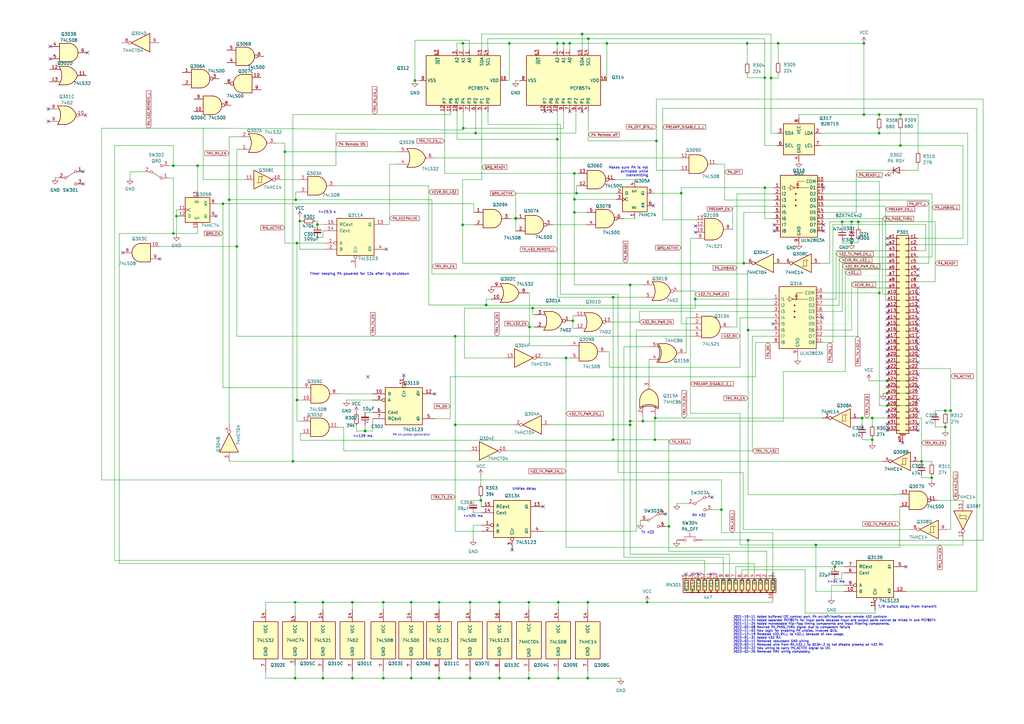
<source format=kicad_sch>
(kicad_sch (version 20230121) (generator eeschema)
  (paper "A3")
  (title_block (title "Relay logic and sequencer") (date "2023-02-11") (rev "2.8"))
  (junction (at 357.759 171.45) (diameter 0.9144))
  (junction (at 234.95 131.572))
  (junction (at 93.98 81.915) (diameter 0.9144))
  (junction (at 382.143 195.961) (diameter 0.9144))
  (junction (at 157.226 247.015))
  (junction (at 168.656 247.015))
  (junction (at 235.585 87.122))
  (junction (at 236.474 79.248))
  (junction (at 97.155 101.092))
  (junction (at 352.044 90.932))
  (junction (at 168.656 278.13))
  (junction (at 377.952 189.23) (diameter 0.9144))
  (junction (at 199.39 125.095))
  (junction (at 197.231 205.232) (diameter 0.9144))
  (junction (at 121.793 99.695))
  (junction (at 91.44 83.566) (diameter 0.9144))
  (junction (at 265.43 247.015) (diameter 0.9144))
  (junction (at 360.68 120.142))
  (junction (at 170.18 33.02) (diameter 0.9144))
  (junction (at 319.151 17.78) (diameter 0.9144))
  (junction (at 157.226 278.13))
  (junction (at 195.072 54.61) (diameter 0.9144))
  (junction (at 258.445 116.84))
  (junction (at 360.553 46.99) (diameter 0.9144))
  (junction (at 218.44 126.365))
  (junction (at 231.14 17.78) (diameter 0.9144))
  (junction (at 258.445 172.72))
  (junction (at 144.526 278.13))
  (junction (at 363.855 166.37) (diameter 0.9144))
  (junction (at 360.553 54.61) (diameter 0.9144))
  (junction (at 72.39 88.646))
  (junction (at 132.461 278.13))
  (junction (at 389.89 168.402) (diameter 0.9144))
  (junction (at 192.786 278.13))
  (junction (at 121.285 81.915) (diameter 0.9144))
  (junction (at 306.832 135.382))
  (junction (at 305.054 107.95))
  (junction (at 251.46 180.34))
  (junction (at 204.851 278.13))
  (junction (at 313.69 31.877) (diameter 0.9144))
  (junction (at 263.652 172.72))
  (junction (at 180.086 278.13))
  (junction (at 228.6 17.78) (diameter 0.9144))
  (junction (at 71.12 67.945) (diameter 0.9144))
  (junction (at 313.69 76.962))
  (junction (at 217.17 134.112))
  (junction (at 130.175 92.075) (diameter 0.9144))
  (junction (at 334.645 223.52) (diameter 0.9144))
  (junction (at 208.915 17.78) (diameter 0.9144))
  (junction (at 353.568 171.45) (diameter 0.9144))
  (junction (at 211.455 89.535) (diameter 0.9144))
  (junction (at 238.76 13.97) (diameter 0.9144))
  (junction (at 121.793 164.084) (diameter 0.9144))
  (junction (at 241.3 15.875) (diameter 0.9144))
  (junction (at 232.156 146.812))
  (junction (at 306.451 17.78) (diameter 0.9144))
  (junction (at 363.855 156.21) (diameter 0.9144))
  (junction (at 233.68 17.78) (diameter 0.9144))
  (junction (at 121.031 247.015))
  (junction (at 121.031 278.13))
  (junction (at 149.733 176.784) (diameter 0.9144))
  (junction (at 211.582 89.535))
  (junction (at 204.851 247.015))
  (junction (at 235.585 81.788))
  (junction (at 354.33 17.78) (diameter 0.9144))
  (junction (at 228.981 278.13))
  (junction (at 211.582 89.662))
  (junction (at 132.461 247.015))
  (junction (at 279.4 79.248))
  (junction (at 189.865 17.78) (diameter 0.9144))
  (junction (at 387.731 168.402) (diameter 0.9144))
  (junction (at 186.69 137.922))
  (junction (at 241.046 278.13))
  (junction (at 295.91 209.042))
  (junction (at 251.46 121.92))
  (junction (at 268.605 180.34))
  (junction (at 192.786 247.015))
  (junction (at 274.32 215.9) (diameter 0.9144))
  (junction (at 189.738 92.202))
  (junction (at 369.316 59.69) (diameter 0.9144))
  (junction (at 285.115 122.682))
  (junction (at 216.916 278.13))
  (junction (at 228.981 247.015))
  (junction (at 71.12 95.758))
  (junction (at 189.992 52.578))
  (junction (at 363.855 161.29) (diameter 0.9144))
  (junction (at 116.84 62.23) (diameter 0.9144))
  (junction (at 241.046 247.015))
  (junction (at 228.6 57.15) (diameter 0.9144))
  (junction (at 354.33 46.99) (diameter 0.9144))
  (junction (at 342.392 232.41))
  (junction (at 235.585 71.12))
  (junction (at 186.69 174.244))
  (junction (at 357.759 180.34) (diameter 0.9144))
  (junction (at 216.916 247.015))
  (junction (at 248.92 17.78) (diameter 0.9144))
  (junction (at 306.832 221.615))
  (junction (at 180.086 247.015))
  (junction (at 269.24 57.785) (diameter 0.9144))
  (junction (at 387.731 175.133) (diameter 0.9144))
  (junction (at 81.026 67.945))
  (junction (at 122.936 90.678) (diameter 0.9144))
  (junction (at 316.23 32.004) (diameter 0.9144))
  (junction (at 144.526 247.015))
  (junction (at 349.25 99.568))
  (junction (at 120.142 189.23))
  (junction (at 369.316 46.99) (diameter 0.9144))
  (junction (at 268.732 171.45))
  (junction (at 345.44 90.932))
  (junction (at 349.25 90.932))
  (junction (at 258.445 174.244))
  (no_connect (at 337.312 130.302))
  (no_connect (at 165.608 153.924))
  (no_connect (at 233.68 45.72))
  (no_connect (at 363.855 97.79))
  (no_connect (at 363.855 100.33))
  (no_connect (at 376.555 110.49))
  (no_connect (at 376.555 113.03))
  (no_connect (at 376.555 118.11))
  (no_connect (at 34.036 70.358))
  (no_connect (at 371.602 232.41))
  (no_connect (at 363.855 163.83))
  (no_connect (at 317.5 92.202))
  (no_connect (at 317.5 94.742))
  (no_connect (at 337.82 92.202))
  (no_connect (at 337.82 94.742))
  (no_connect (at 223.52 45.72))
  (no_connect (at 226.06 45.72))
  (no_connect (at 238.76 45.72))
  (no_connect (at 316.992 132.842))
  (no_connect (at 376.555 120.65))
  (no_connect (at 150.876 154.559))
  (no_connect (at 337.82 76.962))
  (no_connect (at 273.05 210.82))
  (no_connect (at 267.97 84.328))
  (no_connect (at 281.432 235.458))
  (no_connect (at 283.972 235.458))
  (no_connect (at 285.242 92.71))
  (no_connect (at 285.242 95.25))
  (no_connect (at 286.512 235.458))
  (no_connect (at 291.592 235.458))
  (no_connect (at 363.855 125.73))
  (no_connect (at 363.855 128.27))
  (no_connect (at 363.855 130.81))
  (no_connect (at 363.855 133.35))
  (no_connect (at 363.855 135.89))
  (no_connect (at 363.855 138.43))
  (no_connect (at 363.855 140.97))
  (no_connect (at 363.855 143.51))
  (no_connect (at 363.855 146.05))
  (no_connect (at 363.855 148.59))
  (no_connect (at 363.855 151.13))
  (no_connect (at 363.855 153.67))
  (no_connect (at 363.855 158.75))
  (no_connect (at 363.855 168.91))
  (no_connect (at 363.855 173.99))
  (no_connect (at 363.855 176.53))
  (no_connect (at 376.555 123.19))
  (no_connect (at 376.555 125.73))
  (no_connect (at 376.555 128.27))
  (no_connect (at 376.555 130.81))
  (no_connect (at 376.555 133.35))
  (no_connect (at 376.555 135.89))
  (no_connect (at 376.555 138.43))
  (no_connect (at 376.555 140.97))
  (no_connect (at 376.555 143.51))
  (no_connect (at 376.555 146.05))
  (no_connect (at 376.555 148.59))
  (no_connect (at 376.555 153.67))
  (no_connect (at 376.555 158.75))
  (no_connect (at 376.555 163.83))
  (no_connect (at 376.555 168.91))
  (no_connect (at 376.555 173.99))
  (no_connect (at 376.555 176.53))
  (no_connect (at 292.1 203.962))
  (no_connect (at 210.058 225.552))
  (no_connect (at 222.758 207.772))
  (no_connect (at 158.496 102.235))
  (no_connect (at 178.308 161.544))
  (no_connect (at 34.163 75.438))
  (no_connect (at 370.205 181.61))
  (no_connect (at 50.292 103.632))
  (no_connect (at 65.532 106.172))
  (no_connect (at 88.646 88.646))
  (no_connect (at 20.574 19.05))
  (no_connect (at 20.574 24.13))
  (no_connect (at 19.812 44.704))
  (no_connect (at 19.812 49.784))
  (no_connect (at 35.814 21.59))
  (no_connect (at 35.052 47.244))
  (wire (pts (xy 81.026 67.945) (xy 137.795 67.945)))
  (wire (pts (xy 137.795 54.61) (xy 195.072 54.61)))
  (wire (pts (xy 137.795 67.945) (xy 137.795 54.61)))
  (wire (pts (xy 195.072 54.61) (xy 236.22 54.61)))
  (wire (pts (xy 299.212 227.33) (xy 299.212 235.458)))
  (wire (pts (xy 327.66 46.99) (xy 354.33 46.99)))
  (wire (pts (xy 327.66 48.26) (xy 327.66 46.99)))
  (wire (pts (xy 354.33 46.99) (xy 360.553 46.99)))
  (wire (pts (xy 360.553 46.99) (xy 369.316 46.99)))
  (wire (pts (xy 369.316 46.99) (xy 376.555 46.99)))
  (wire (pts (xy 308.61 184.912) (xy 208.026 184.912)))
  (wire (pts (xy 159.766 67.3268) (xy 159.766 92.075)))
  (wire (pts (xy 369.316 46.99) (xy 369.316 48.006)))
  (wire (pts (xy 83.312 52.578) (xy 83.312 73.66)))
  (wire (pts (xy 149.733 174.244) (xy 149.733 176.784)))
  (wire (pts (xy 152.908 171.704) (xy 152.908 176.784)))
  (wire (pts (xy 152.908 176.784) (xy 149.733 176.784)))
  (wire (pts (xy 306.832 135.382) (xy 306.832 202.946)))
  (wire (pts (xy 229.87 51.054) (xy 229.87 120.65)))
  (wire (pts (xy 189.738 73.66) (xy 189.738 92.202)))
  (wire (pts (xy 376.555 151.13) (xy 389.89 151.13)))
  (wire (pts (xy 199.39 125.095) (xy 199.39 122.682)))
  (wire (pts (xy 175.895 125.095) (xy 199.39 125.095)))
  (wire (pts (xy 121.031 278.13) (xy 132.461 278.13)))
  (wire (pts (xy 123.19 177.8) (xy 123.571 177.8)))
  (wire (pts (xy 123.19 180.594) (xy 123.19 177.8)))
  (wire (pts (xy 123.19 180.594) (xy 251.46 180.594)))
  (wire (pts (xy 304.8 217.17) (xy 373.38 217.17)))
  (wire (pts (xy 258.445 172.72) (xy 263.652 172.72)) (stroke (width 0) (type dash_dot) (color 255 0 0 1)))
  (wire (pts (xy 350.52 180.594) (xy 350.266 180.594)) (stroke (width 0) (type dot)))
  (wire (pts (xy 241.046 247.015) (xy 241.046 249.936)))
  (wire (pts (xy 249.936 150.622) (xy 303.53 150.622)))
  (wire (pts (xy 303.53 130.302) (xy 316.992 130.302)))
  (wire (pts (xy 303.53 150.622) (xy 303.53 130.302)))
  (wire (pts (xy 168.656 247.015) (xy 168.656 249.936)))
  (wire (pts (xy 46.99 59.69) (xy 71.12 59.69)))
  (wire (pts (xy 46.99 229.87) (xy 46.99 59.69)))
  (wire (pts (xy 289.052 229.87) (xy 46.99 229.87)))
  (wire (pts (xy 289.052 235.458) (xy 289.052 229.87)))
  (wire (pts (xy 344.17 105.41) (xy 363.855 105.41)))
  (wire (pts (xy 313.69 76.962) (xy 313.69 89.662)))
  (wire (pts (xy 337.312 127.762) (xy 345.44 127.762)))
  (wire (pts (xy 345.44 107.95) (xy 345.44 127.762)))
  (wire (pts (xy 376.555 107.95) (xy 381 107.95)))
  (wire (pts (xy 235.585 116.84) (xy 258.445 116.84)))
  (wire (pts (xy 130.175 90.678) (xy 130.175 92.075)))
  (wire (pts (xy 130.175 92.329) (xy 130.175 92.075)))
  (wire (pts (xy 337.312 132.842) (xy 347.98 132.842)) (stroke (width 0) (type dot)))
  (wire (pts (xy 347.98 113.03) (xy 347.98 132.842)) (stroke (width 0) (type dot)))
  (wire (pts (xy 294.005 67.31) (xy 297.18 67.31)))
  (wire (pts (xy 297.18 67.31) (xy 297.18 82.042)))
  (wire (pts (xy 251.46 121.92) (xy 263.652 121.92)))
  (wire (pts (xy 234.95 134.62) (xy 235.712 134.62)))
  (wire (pts (xy 313.69 76.962) (xy 317.5 76.962)))
  (wire (pts (xy 301.752 232.41) (xy 342.392 232.41)))
  (wire (pts (xy 345.44 90.932) (xy 345.44 93.345)))
  (wire (pts (xy 216.916 247.015) (xy 228.981 247.015)))
  (wire (pts (xy 363.855 166.37) (xy 376.555 166.37)))
  (wire (pts (xy 199.39 125.222) (xy 316.992 125.222)))
  (wire (pts (xy 342.392 237.49) (xy 345.186 237.49)))
  (wire (pts (xy 252.222 73.66) (xy 260.35 73.66)))
  (wire (pts (xy 260.35 73.66) (xy 260.35 74.168)))
  (wire (pts (xy 376.555 46.99) (xy 376.555 62.23)))
  (wire (pts (xy 91.44 83.566) (xy 194.31 83.566)))
  (wire (pts (xy 157.226 278.13) (xy 168.656 278.13)))
  (wire (pts (xy 241.3 45.72) (xy 241.3 57.785)))
  (wire (pts (xy 349.25 115.57) (xy 349.25 135.382)))
  (wire (pts (xy 349.25 135.382) (xy 337.312 135.382)))
  (wire (pts (xy 363.855 115.57) (xy 349.25 115.57)))
  (wire (pts (xy 199.39 125.222) (xy 199.39 125.095)))
  (wire (pts (xy 352.552 171.45) (xy 353.568 171.45)))
  (wire (pts (xy 353.568 171.45) (xy 357.759 171.45)))
  (wire (pts (xy 357.759 171.45) (xy 363.855 171.45)))
  (wire (pts (xy 306.705 112.395) (xy 306.705 135.382)))
  (wire (pts (xy 235.585 87.122) (xy 240.538 87.122)))
  (wire (pts (xy 121.793 172.72) (xy 123.571 172.72)))
  (wire (pts (xy 360.68 74.422) (xy 337.82 74.422)))
  (wire (pts (xy 321.31 152.4) (xy 321.31 172.72)))
  (wire (pts (xy 353.568 171.45) (xy 353.568 174.244)))
  (wire (pts (xy 305.054 87.122) (xy 317.5 87.122)))
  (wire (pts (xy 337.312 120.142) (xy 360.68 120.142)))
  (wire (pts (xy 360.68 166.37) (xy 363.855 166.37)))
  (wire (pts (xy 241.3 57.785) (xy 269.24 57.785)))
  (wire (pts (xy 379.73 102.87) (xy 376.555 102.87)))
  (wire (pts (xy 342.392 232.41) (xy 346.202 232.41)))
  (wire (pts (xy 262.255 127.762) (xy 316.992 127.762)))
  (wire (pts (xy 216.916 278.13) (xy 228.981 278.13)))
  (wire (pts (xy 48.895 95.758) (xy 71.12 95.758)))
  (wire (pts (xy 48.895 231.14) (xy 48.895 95.758)))
  (wire (pts (xy 48.895 231.14) (xy 309.372 231.14)))
  (wire (pts (xy 309.372 235.458) (xy 309.372 231.14)))
  (wire (pts (xy 23.876 72.898) (xy 22.606 72.898)))
  (wire (pts (xy 305.054 87.122) (xy 305.054 107.95)))
  (wire (pts (xy 345.186 237.49) (xy 345.186 234.95)))
  (wire (pts (xy 361.95 89.662) (xy 361.95 120.65)))
  (wire (pts (xy 271.78 44.45) (xy 271.78 90.17)))
  (wire (pts (xy 271.78 90.17) (xy 285.242 90.17)))
  (wire (pts (xy 371.602 242.57) (xy 400.685 242.57)))
  (wire (pts (xy 400.685 44.45) (xy 271.78 44.45)))
  (wire (pts (xy 400.685 242.57) (xy 400.685 44.45)))
  (wire (pts (xy 299.212 134.112) (xy 302.26 134.112)))
  (wire (pts (xy 302.26 79.502) (xy 317.5 79.502)))
  (wire (pts (xy 302.26 134.112) (xy 302.26 79.502)))
  (wire (pts (xy 334.645 223.52) (xy 394.97 223.52)))
  (wire (pts (xy 122.936 102.235) (xy 133.096 102.235)))
  (wire (pts (xy 269.24 40.64) (xy 269.24 57.785)))
  (wire (pts (xy 269.24 57.785) (xy 269.24 69.85)))
  (wire (pts (xy 403.225 40.64) (xy 269.24 40.64)))
  (wire (pts (xy 403.225 221.615) (xy 403.225 40.64)))
  (wire (pts (xy 121.285 78.74) (xy 122.428 78.74)))
  (wire (pts (xy 211.455 33.02) (xy 213.36 33.02)))
  (wire (pts (xy 168.656 247.015) (xy 180.086 247.015)))
  (wire (pts (xy 216.916 247.015) (xy 216.916 249.936)))
  (wire (pts (xy 352.044 98.552) (xy 352.044 99.568)))
  (wire (pts (xy 250.952 132.08) (xy 262.255 132.08)))
  (wire (pts (xy 262.255 127.762) (xy 262.255 132.08)))
  (wire (pts (xy 228.6 45.72) (xy 228.6 57.15)))
  (wire (pts (xy 316.992 245.618) (xy 316.992 247.015)))
  (wire (pts (xy 360.68 74.422) (xy 360.68 120.142)))
  (wire (pts (xy 91.44 159.004) (xy 123.698 159.004)))
  (wire (pts (xy 306.832 221.615) (xy 306.832 235.458)))
  (wire (pts (xy 41.656 196.85) (xy 295.91 196.85)))
  (wire (pts (xy 269.24 69.85) (xy 278.765 69.85)))
  (wire (pts (xy 241.046 247.015) (xy 265.43 247.015)))
  (wire (pts (xy 187.452 57.15) (xy 228.6 57.15)))
  (wire (pts (xy 382.143 195.961) (xy 382.143 197.104)))
  (wire (pts (xy 349.25 90.932) (xy 349.25 93.345)))
  (wire (pts (xy 260.985 217.932) (xy 260.985 135.382)))
  (wire (pts (xy 360.553 46.99) (xy 360.553 48.133)))
  (wire (pts (xy 346.71 152.4) (xy 321.31 152.4)))
  (wire (pts (xy 182.372 71.12) (xy 235.585 71.12)))
  (wire (pts (xy 251.46 180.34) (xy 268.605 180.34)))
  (wire (pts (xy 184.658 171.704) (xy 184.658 154.559)))
  (wire (pts (xy 121.285 81.915) (xy 121.285 78.74)))
  (wire (pts (xy 177.165 81.915) (xy 121.285 81.915)))
  (wire (pts (xy 177.165 112.395) (xy 177.165 81.915)))
  (wire (pts (xy 306.705 112.395) (xy 177.165 112.395)))
  (wire (pts (xy 204.851 247.015) (xy 204.851 249.936)))
  (wire (pts (xy 363.855 156.21) (xy 356.362 156.21)))
  (wire (pts (xy 283.21 97.79) (xy 285.242 97.79)))
  (wire (pts (xy 283.21 169.545) (xy 283.21 97.79)))
  (wire (pts (xy 303.53 169.545) (xy 283.21 169.545)))
  (wire (pts (xy 303.53 223.52) (xy 303.53 169.545)))
  (wire (pts (xy 146.177 174.498) (xy 146.177 176.784)))
  (wire (pts (xy 146.177 176.784) (xy 149.733 176.784)))
  (wire (pts (xy 277.876 221.488) (xy 277.876 221.615)))
  (wire (pts (xy 190.5 146.812) (xy 207.264 146.812)))
  (wire (pts (xy 144.526 278.13) (xy 157.226 278.13)))
  (wire (pts (xy 262.636 214.376) (xy 262.636 213.36)))
  (wire (pts (xy 144.526 275.336) (xy 144.526 278.13)))
  (wire (pts (xy 130.175 97.409) (xy 132.461 97.409)))
  (wire (pts (xy 334.645 223.52) (xy 334.645 242.57)))
  (wire (pts (xy 346.202 242.57) (xy 334.645 242.57)))
  (wire (pts (xy 71.12 59.69) (xy 71.12 67.945)))
  (wire (pts (xy 346.71 110.49) (xy 346.71 152.4)))
  (wire (pts (xy 194.056 205.232) (xy 197.231 205.232)))
  (wire (pts (xy 197.358 207.772) (xy 197.358 205.232)))
  (wire (pts (xy 157.226 275.336) (xy 157.226 278.13)))
  (wire (pts (xy 195.072 45.72) (xy 195.072 54.61)))
  (wire (pts (xy 234.442 131.572) (xy 234.95 131.572)) (stroke (width 0) (type dot)))
  (wire (pts (xy 384.302 205.232) (xy 394.97 205.232)))
  (wire (pts (xy 394.97 205.232) (xy 394.97 205.74)))
  (wire (pts (xy 216.916 275.336) (xy 216.916 278.13)))
  (wire (pts (xy 306.451 17.78) (xy 306.451 25.527)))
  (wire (pts (xy 281.432 130.302) (xy 281.432 144.78)))
  (wire (pts (xy 316.992 218.44) (xy 316.992 235.458)))
  (wire (pts (xy 132.461 275.336) (xy 132.461 278.13)))
  (wire (pts (xy 394.97 220.98) (xy 394.97 223.52)))
  (wire (pts (xy 376.555 171.45) (xy 377.952 171.45)))
  (wire (pts (xy 377.952 171.45) (xy 377.952 189.23)))
  (wire (pts (xy 377.952 189.23) (xy 377.19 189.23)))
  (wire (pts (xy 377.952 189.23) (xy 382.143 189.23)))
  (wire (pts (xy 367.284 202.692) (xy 369.062 202.692)))
  (wire (pts (xy 234.95 131.572) (xy 234.95 131.445)) (stroke (width 0) (type dot)))
  (wire (pts (xy 187.325 17.78) (xy 187.452 20.32)))
  (wire (pts (xy 189.865 17.78) (xy 187.325 17.78)))
  (wire (pts (xy 208.915 17.78) (xy 189.865 17.78)))
  (wire (pts (xy 228.6 17.78) (xy 208.915 17.78)))
  (wire (pts (xy 108.966 275.336) (xy 108.966 278.13)))
  (wire (pts (xy 108.966 278.13) (xy 121.031 278.13)))
  (wire (pts (xy 132.461 278.13) (xy 144.526 278.13)))
  (wire (pts (xy 180.086 278.13) (xy 192.786 278.13)))
  (wire (pts (xy 192.786 278.13) (xy 204.851 278.13)))
  (wire (pts (xy 81.026 67.945) (xy 81.026 78.486)))
  (wire (pts (xy 93.98 56.134) (xy 93.98 81.915)))
  (wire (pts (xy 98.044 56.134) (xy 93.98 56.134)))
  (wire (pts (xy 100.33 73.66) (xy 83.312 73.66)))
  (wire (pts (xy 120.142 46.99) (xy 120.142 189.23)))
  (wire (pts (xy 268.605 180.34) (xy 274.32 180.34)))
  (wire (pts (xy 238.76 13.97) (xy 238.76 20.32)))
  (wire (pts (xy 175.895 76.2) (xy 137.668 76.2)))
  (wire (pts (xy 175.895 125.095) (xy 175.895 76.2)))
  (wire (pts (xy 316.23 13.97) (xy 316.23 32.004)))
  (wire (pts (xy 316.23 32.004) (xy 316.23 54.61)))
  (wire (pts (xy 318.77 54.61) (xy 316.23 54.61)))
  (wire (pts (xy 228.981 275.336) (xy 228.981 278.13)))
  (wire (pts (xy 274.32 180.34) (xy 274.32 215.9)))
  (wire (pts (xy 204.851 278.13) (xy 216.916 278.13)))
  (wire (pts (xy 377.952 194.945) (xy 377.952 195.961)))
  (wire (pts (xy 377.952 195.961) (xy 382.143 195.961)))
  (wire (pts (xy 382.143 195.961) (xy 382.143 195.072)))
  (wire (pts (xy 292.1 209.042) (xy 295.91 209.042)))
  (wire (pts (xy 228.981 278.13) (xy 241.046 278.13)))
  (wire (pts (xy 138.938 161.544) (xy 152.908 161.544)))
  (wire (pts (xy 278.892 119.38) (xy 285.115 119.38)))
  (wire (pts (xy 132.461 247.015) (xy 132.461 249.936)))
  (wire (pts (xy 308.61 137.922) (xy 316.992 137.922)))
  (wire (pts (xy 308.61 184.912) (xy 308.61 137.922)))
  (wire (pts (xy 121.793 164.084) (xy 123.698 164.084)))
  (wire (pts (xy 222.758 217.932) (xy 260.985 217.932)))
  (wire (pts (xy 260.985 135.382) (xy 283.972 135.382)))
  (wire (pts (xy 377.952 189.23) (xy 377.952 189.865)))
  (wire (pts (xy 346.71 110.49) (xy 363.855 110.49)))
  (wire (pts (xy 130.175 92.075) (xy 133.096 92.075)))
  (wire (pts (xy 93.98 81.915) (xy 93.98 173.99)))
  (wire (pts (xy 285.115 122.682) (xy 316.992 122.682)))
  (wire (pts (xy 231.14 17.78) (xy 231.14 20.32)))
  (wire (pts (xy 268.605 171.45) (xy 268.605 180.34)))
  (wire (pts (xy 189.865 52.578) (xy 189.992 52.578)))
  (wire (pts (xy 248.92 17.78) (xy 306.451 17.78)))
  (wire (pts (xy 306.451 17.78) (xy 319.151 17.78)))
  (wire (pts (xy 319.151 17.78) (xy 354.33 17.78)))
  (wire (pts (xy 354.33 17.78) (xy 354.33 46.99)))
  (wire (pts (xy 170.18 16.51) (xy 170.18 33.02)))
  (wire (pts (xy 170.18 33.02) (xy 172.212 33.02)))
  (wire (pts (xy 192.405 16.51) (xy 170.18 16.51)))
  (wire (pts (xy 192.532 20.32) (xy 192.405 16.51)))
  (wire (pts (xy 296.672 235.458) (xy 296.672 228.6)))
  (wire (pts (xy 228.6 57.15) (xy 228.6 121.92)))
  (wire (pts (xy 306.451 31.877) (xy 313.69 31.877)))
  (wire (pts (xy 234.95 131.572) (xy 234.95 134.62)))
  (wire (pts (xy 254.635 278.13) (xy 241.046 278.13)))
  (wire (pts (xy 253.492 120.65) (xy 253.492 193.802)))
  (wire (pts (xy 337.82 79.502) (xy 382.27 79.502)))
  (wire (pts (xy 382.27 79.502) (xy 382.27 105.41)))
  (wire (pts (xy 211.582 89.662) (xy 211.328 89.662)))
  (wire (pts (xy 231.14 45.72) (xy 231.14 52.705)))
  (wire (pts (xy 222.504 146.812) (xy 232.156 146.812)))
  (wire (pts (xy 211.582 89.662) (xy 211.582 89.535)))
  (wire (pts (xy 73.406 86.106) (xy 72.39 86.106)))
  (wire (pts (xy 41.656 52.578) (xy 83.312 52.578)))
  (wire (pts (xy 267.97 79.248) (xy 279.4 79.248)))
  (wire (pts (xy 279.4 76.962) (xy 313.69 76.962)))
  (wire (pts (xy 194.056 215.392) (xy 194.056 221.107)))
  (wire (pts (xy 194.056 215.392) (xy 197.358 215.392)))
  (wire (pts (xy 234.95 129.54) (xy 234.95 131.572)))
  (wire (pts (xy 235.712 129.54) (xy 234.95 129.54)))
  (wire (pts (xy 235.585 81.788) (xy 252.73 81.788)))
  (wire (pts (xy 305.054 107.95) (xy 305.816 107.95)))
  (wire (pts (xy 178.308 171.704) (xy 184.658 171.704)))
  (wire (pts (xy 228.6 17.78) (xy 231.14 17.78)))
  (wire (pts (xy 228.6 20.32) (xy 228.6 17.78)))
  (wire (pts (xy 231.14 17.78) (xy 233.68 17.78)))
  (wire (pts (xy 233.68 17.78) (xy 248.92 17.78)))
  (wire (pts (xy 258.445 174.244) (xy 225.806 174.244)))
  (wire (pts (xy 69.215 73.025) (xy 71.12 73.025)))
  (wire (pts (xy 353.568 179.324) (xy 353.568 180.34)))
  (wire (pts (xy 255.905 142.24) (xy 255.905 228.6)))
  (wire (pts (xy 236.474 76.2) (xy 236.474 79.248)))
  (wire (pts (xy 218.44 129.032) (xy 218.44 126.365)))
  (wire (pts (xy 219.202 129.032) (xy 218.44 129.032)))
  (wire (pts (xy 152.908 164.084) (xy 142.113 164.084)))
  (wire (pts (xy 93.98 189.23) (xy 120.142 189.23)))
  (wire (pts (xy 187.452 45.72) (xy 187.452 57.15)))
  (wire (pts (xy 360.553 54.61) (xy 336.55 54.61)))
  (wire (pts (xy 376.555 100.33) (xy 396.875 100.33)))
  (wire (pts (xy 396.875 54.61) (xy 360.553 54.61)))
  (wire (pts (xy 396.875 100.33) (xy 396.875 54.61)))
  (wire (pts (xy 144.526 247.015) (xy 157.226 247.015)))
  (wire (pts (xy 235.585 81.788) (xy 235.585 87.122)))
  (wire (pts (xy 69.215 67.945) (xy 71.12 67.945)))
  (wire (pts (xy 71.12 67.945) (xy 81.026 67.945)))
  (wire (pts (xy 130.175 90.678) (xy 129.159 90.678)))
  (wire (pts (xy 382.143 189.23) (xy 382.143 189.992)))
  (wire (pts (xy 345.44 107.95) (xy 363.855 107.95)) (stroke (width 0.1524)))
  (wire (pts (xy 116.84 58.674) (xy 116.84 62.23)))
  (wire (pts (xy 277.876 221.615) (xy 277.495 221.615)))
  (wire (pts (xy 53.34 70.485) (xy 53.34 73.025)))
  (wire (pts (xy 59.055 70.485) (xy 53.34 70.485)))
  (wire (pts (xy 340.995 240.03) (xy 346.202 240.03)))
  (wire (pts (xy 340.995 245.11) (xy 340.995 240.03)))
  (wire (pts (xy 352.044 90.932) (xy 352.044 93.472)))
  (wire (pts (xy 228.981 247.015) (xy 228.981 249.936)))
  (wire (pts (xy 186.69 174.244) (xy 210.566 174.244)))
  (wire (pts (xy 314.452 226.06) (xy 274.32 226.06)))
  (wire (pts (xy 383.54 174.117) (xy 383.54 175.133)))
  (wire (pts (xy 192.786 249.936) (xy 192.786 247.015)))
  (wire (pts (xy 189.738 107.95) (xy 305.054 107.95)))
  (wire (pts (xy 300.482 84.582) (xy 317.5 84.582)))
  (wire (pts (xy 300.482 93.98) (xy 300.482 84.582)))
  (wire (pts (xy 376.555 69.85) (xy 376.555 67.31)))
  (wire (pts (xy 218.44 126.365) (xy 285.115 126.365)))
  (wire (pts (xy 297.18 82.042) (xy 317.5 82.042)))
  (wire (pts (xy 236.474 79.248) (xy 252.73 79.248)))
  (wire (pts (xy 304.292 233.68) (xy 330.2 233.68)))
  (wire (pts (xy 304.292 235.458) (xy 304.292 233.68)))
  (wire (pts (xy 330.2 233.68) (xy 330.2 251.46)))
  (wire (pts (xy 330.2 251.46) (xy 358.902 251.46)))
  (wire (pts (xy 358.902 251.46) (xy 358.902 250.19)))
  (wire (pts (xy 204.851 247.015) (xy 216.916 247.015)))
  (wire (pts (xy 265.43 247.015) (xy 316.992 247.015)))
  (wire (pts (xy 295.91 196.85) (xy 295.91 209.042)))
  (wire (pts (xy 72.39 88.646) (xy 72.39 86.106)))
  (wire (pts (xy 327.66 99.822) (xy 327.66 99.695)))
  (wire (pts (xy 357.759 179.451) (xy 357.759 180.34)))
  (wire (pts (xy 357.759 180.34) (xy 357.759 181.483)))
  (wire (pts (xy 229.87 120.65) (xy 253.492 120.65)))
  (wire (pts (xy 296.672 228.6) (xy 255.905 228.6)))
  (wire (pts (xy 274.32 215.9) (xy 274.32 226.06)))
  (wire (pts (xy 314.452 226.06) (xy 314.452 235.458)))
  (wire (pts (xy 313.69 59.69) (xy 318.77 59.69)))
  (wire (pts (xy 357.759 174.371) (xy 357.759 171.45)))
  (wire (pts (xy 260.35 89.662) (xy 260.35 89.408)))
  (wire (pts (xy 277.622 206.502) (xy 281.94 206.502)))
  (wire (pts (xy 363.855 161.29) (xy 376.555 161.29)))
  (wire (pts (xy 337.312 122.682) (xy 342.9 122.682)))
  (wire (pts (xy 342.9 102.87) (xy 363.855 102.87)))
  (wire (pts (xy 342.9 122.682) (xy 342.9 102.87)))
  (wire (pts (xy 190.5 126.365) (xy 218.44 126.365)))
  (wire (pts (xy 197.612 45.72) (xy 197.612 73.66)))
  (wire (pts (xy 383.54 168.402) (xy 383.54 169.037)))
  (wire (pts (xy 363.22 84.582) (xy 363.22 123.19)))
  (wire (pts (xy 295.91 218.44) (xy 316.992 218.44)))
  (wire (pts (xy 383.54 175.133) (xy 387.731 175.133)))
  (wire (pts (xy 363.22 84.582) (xy 337.82 84.582)))
  (wire (pts (xy 217.17 120.142) (xy 217.17 134.112)))
  (wire (pts (xy 248.92 33.02) (xy 248.92 17.78)))
  (wire (pts (xy 122.936 90.678) (xy 122.936 102.235)))
  (wire (pts (xy 258.445 116.84) (xy 263.652 116.84)))
  (wire (pts (xy 72.39 88.646) (xy 73.406 88.646)))
  (wire (pts (xy 381 82.042) (xy 381 107.95)))
  (wire (pts (xy 211.582 79.248) (xy 236.474 79.248)))
  (wire (pts (xy 189.738 92.202) (xy 189.738 107.95)))
  (wire (pts (xy 41.656 52.578) (xy 41.656 196.85)))
  (wire (pts (xy 217.17 141.732) (xy 233.68 141.732)))
  (wire (pts (xy 279.4 79.248) (xy 279.4 132.842)))
  (wire (pts (xy 353.568 180.34) (xy 357.759 180.34)))
  (wire (pts (xy 232.156 224.536) (xy 369.062 224.536)))
  (wire (pts (xy 369.062 224.536) (xy 369.062 207.772)))
  (wire (pts (xy 211.582 89.662) (xy 211.582 94.742)))
  (wire (pts (xy 158.496 92.075) (xy 159.766 92.075)))
  (wire (pts (xy 255.905 142.24) (xy 266.192 142.24)))
  (wire (pts (xy 363.855 156.21) (xy 376.555 156.21)))
  (wire (pts (xy 190.5 126.365) (xy 190.5 146.812)))
  (wire (pts (xy 121.031 272.796) (xy 121.031 278.13)))
  (wire (pts (xy 283.972 132.842) (xy 279.4 132.842)))
  (wire (pts (xy 345.186 234.95) (xy 346.202 234.95)))
  (wire (pts (xy 262.636 213.36) (xy 262.89 213.36)))
  (wire (pts (xy 157.226 247.015) (xy 157.226 249.936)))
  (wire (pts (xy 306.832 221.615) (xy 403.225 221.615)))
  (wire (pts (xy 306.832 202.946) (xy 367.284 202.946)))
  (wire (pts (xy 352.044 99.568) (xy 349.25 99.568)))
  (wire (pts (xy 186.69 137.922) (xy 186.69 174.244)))
  (wire (pts (xy 186.69 217.932) (xy 197.358 217.932)))
  (wire (pts (xy 116.84 62.23) (xy 163.068 62.23)))
  (wire (pts (xy 258.445 174.244) (xy 258.445 172.72)))
  (wire (pts (xy 371.475 69.85) (xy 376.555 69.85)))
  (wire (pts (xy 279.4 76.962) (xy 279.4 79.248)))
  (wire (pts (xy 121.793 164.084) (xy 121.793 172.72)))
  (wire (pts (xy 369.316 53.086) (xy 369.316 59.69)))
  (wire (pts (xy 345.44 98.425) (xy 345.44 99.695)))
  (wire (pts (xy 228.981 247.015) (xy 241.046 247.015)))
  (wire (pts (xy 71.12 95.758) (xy 81.026 95.758)))
  (wire (pts (xy 81.026 95.758) (xy 81.026 93.726)))
  (wire (pts (xy 337.82 82.042) (xy 381 82.042)))
  (wire (pts (xy 189.865 53.34) (xy 189.865 52.578)))
  (wire (pts (xy 321.056 107.95) (xy 321.31 107.95)))
  (wire (pts (xy 226.822 92.202) (xy 240.538 92.202)))
  (wire (pts (xy 249.936 144.272) (xy 249.936 150.622)))
  (wire (pts (xy 360.553 53.213) (xy 360.553 54.61)))
  (wire (pts (xy 189.992 45.72) (xy 189.992 52.578)))
  (wire (pts (xy 184.658 154.559) (xy 309.88 154.559)))
  (wire (pts (xy 309.88 140.462) (xy 316.992 140.462)))
  (wire (pts (xy 309.88 154.559) (xy 309.88 140.462)))
  (wire (pts (xy 120.142 46.99) (xy 184.912 46.99)))
  (wire (pts (xy 319.151 30.353) (xy 319.151 32.004)))
  (wire (pts (xy 319.151 32.004) (xy 316.23 32.004)))
  (wire (pts (xy 178.308 64.77) (xy 278.765 64.77)))
  (wire (pts (xy 337.82 89.662) (xy 361.95 89.662)))
  (wire (pts (xy 317.5 89.662) (xy 313.69 89.662)))
  (wire (pts (xy 168.656 275.336) (xy 168.656 278.13)))
  (wire (pts (xy 182.372 71.12) (xy 182.372 45.72)))
  (wire (pts (xy 108.966 249.936) (xy 108.966 247.015)))
  (wire (pts (xy 121.031 247.015) (xy 132.461 247.015)))
  (wire (pts (xy 232.156 146.812) (xy 233.68 146.812)))
  (wire (pts (xy 319.151 17.78) (xy 319.151 25.273)))
  (wire (pts (xy 266.192 147.32) (xy 266.192 155.702)))
  (wire (pts (xy 116.84 99.695) (xy 121.793 99.695)))
  (wire (pts (xy 159.766 67.3268) (xy 163.068 67.31)))
  (wire (pts (xy 253.492 193.802) (xy 304.8 193.802)))
  (wire (pts (xy 301.752 235.458) (xy 301.752 232.41)))
  (wire (pts (xy 197.485 13.97) (xy 238.76 13.97)))
  (wire (pts (xy 197.612 20.32) (xy 197.485 13.97)))
  (wire (pts (xy 238.76 13.97) (xy 316.23 13.97)))
  (wire (pts (xy 97.155 101.092) (xy 97.155 137.922)))
  (wire (pts (xy 235.585 71.12) (xy 235.585 81.788)))
  (wire (pts (xy 349.25 98.425) (xy 349.25 99.568)))
  (wire (pts (xy 349.25 99.695) (xy 345.44 99.695)))
  (wire (pts (xy 268.732 171.45) (xy 337.312 171.45)))
  (wire (pts (xy 341.63 92.075) (xy 341.63 140.462)))
  (wire (pts (xy 341.63 92.075) (xy 379.73 92.075)))
  (wire (pts (xy 341.63 140.462) (xy 337.312 140.462)))
  (wire (pts (xy 379.73 102.87) (xy 379.73 92.075)))
  (wire (pts (xy 209.55 89.662) (xy 211.455 89.535)))
  (wire (pts (xy 349.25 99.568) (xy 349.25 99.695)))
  (wire (pts (xy 288.036 221.488) (xy 306.832 221.488)))
  (wire (pts (xy 251.46 121.92) (xy 228.6 121.92)))
  (wire (pts (xy 71.12 73.025) (xy 71.12 95.758)))
  (wire (pts (xy 93.98 81.915) (xy 121.285 81.915)))
  (wire (pts (xy 115.57 73.66) (xy 122.428 73.66)))
  (wire (pts (xy 387.731 174.244) (xy 387.731 175.133)))
  (wire (pts (xy 387.731 175.133) (xy 387.731 176.276)))
  (wire (pts (xy 149.733 169.164) (xy 152.908 169.164)))
  (wire (pts (xy 351.79 137.922) (xy 337.312 137.922)))
  (wire (pts (xy 236.474 76.2) (xy 236.982 76.2)))
  (wire (pts (xy 258.445 174.244) (xy 258.445 227.33)))
  (wire (pts (xy 337.312 125.222) (xy 344.17 125.222)))
  (wire (pts (xy 344.17 105.41) (xy 344.17 125.222)))
  (wire (pts (xy 376.555 105.41) (xy 382.27 105.41)))
  (wire (pts (xy 363.855 120.65) (xy 361.95 120.65)))
  (wire (pts (xy 268.732 171.45) (xy 268.605 171.45)))
  (wire (pts (xy 255.778 89.662) (xy 260.35 89.662)))
  (wire (pts (xy 233.68 17.78) (xy 233.68 20.32)))
  (wire (pts (xy 241.046 275.336) (xy 241.046 278.13)))
  (wire (pts (xy 83.058 52.578) (xy 189.865 53.34)))
  (wire (pts (xy 189.992 52.578) (xy 231.14 52.705)))
  (wire (pts (xy 168.656 278.13) (xy 180.086 278.13)))
  (wire (pts (xy 211.328 89.535) (xy 211.455 89.535)))
  (wire (pts (xy 352.044 90.932) (xy 383.54 90.932)))
  (wire (pts (xy 197.231 203.962) (xy 197.231 205.232)))
  (wire (pts (xy 97.155 61.214) (xy 98.044 61.214)))
  (wire (pts (xy 186.69 174.244) (xy 186.69 217.932)))
  (wire (pts (xy 204.851 275.336) (xy 204.851 278.13)))
  (wire (pts (xy 217.17 141.732) (xy 217.17 134.112)))
  (wire (pts (xy 121.793 99.695) (xy 133.096 99.695)))
  (wire (pts (xy 197.612 73.66) (xy 189.738 73.66)))
  (wire (pts (xy 189.865 17.78) (xy 189.992 20.32)))
  (wire (pts (xy 327.152 145.542) (xy 327.152 146.812)))
  (wire (pts (xy 138.811 175.26) (xy 140.97 175.26)))
  (wire (pts (xy 140.97 175.26) (xy 140.97 184.912)))
  (wire (pts (xy 186.69 137.922) (xy 283.972 137.922)))
  (wire (pts (xy 121.031 247.015) (xy 121.031 252.476)))
  (wire (pts (xy 251.46 121.92) (xy 251.46 180.34)))
  (wire (pts (xy 194.31 92.202) (xy 189.738 92.202)))
  (wire (pts (xy 268.732 170.942) (xy 268.732 171.45)))
  (wire (pts (xy 303.53 223.52) (xy 334.645 223.52)))
  (wire (pts (xy 216.662 120.142) (xy 217.17 120.142)))
  (wire (pts (xy 235.585 71.12) (xy 236.982 71.12)))
  (wire (pts (xy 306.832 135.382) (xy 316.992 135.382)))
  (wire (pts (xy 367.284 202.946) (xy 367.284 202.692)))
  (wire (pts (xy 351.155 69.85) (xy 363.855 69.85)))
  (wire (pts (xy 281.432 130.302) (xy 283.972 130.302)))
  (wire (pts (xy 91.44 83.566) (xy 91.44 159.004)))
  (wire (pts (xy 347.98 113.03) (xy 363.855 113.03)) (stroke (width 0) (type dot)))
  (wire (pts (xy 194.31 83.566) (xy 194.31 87.122)))
  (wire (pts (xy 236.22 45.72) (xy 236.22 54.61)))
  (wire (pts (xy 285.115 119.38) (xy 285.115 122.682)))
  (wire (pts (xy 97.155 61.214) (xy 97.155 101.092)))
  (wire (pts (xy 232.156 146.812) (xy 232.156 224.536)))
  (wire (pts (xy 387.731 168.402) (xy 387.731 169.164)))
  (wire (pts (xy 211.582 89.535) (xy 211.455 89.535)))
  (wire (pts (xy 120.142 189.23) (xy 361.95 189.23)))
  (wire (pts (xy 336.55 107.95) (xy 340.36 107.95)))
  (wire (pts (xy 235.585 87.122) (xy 235.585 116.84)))
  (wire (pts (xy 197.231 195.072) (xy 197.231 198.882)))
  (wire (pts (xy 321.31 172.72) (xy 263.652 172.72)))
  (wire (pts (xy 363.855 123.19) (xy 363.22 123.19)))
  (wire (pts (xy 336.55 59.69) (xy 369.316 59.69)))
  (wire (pts (xy 369.316 59.69) (xy 394.97 59.69)))
  (wire (pts (xy 376.555 97.79) (xy 394.97 97.79)))
  (wire (pts (xy 394.97 97.79) (xy 394.97 59.69)))
  (wire (pts (xy 258.445 227.33) (xy 299.212 227.33)))
  (wire (pts (xy 122.936 89.154) (xy 122.936 90.678)))
  (wire (pts (xy 122.936 90.678) (xy 124.079 90.678)))
  (wire (pts (xy 249.936 144.272) (xy 248.92 144.272)))
  (wire (pts (xy 197.358 205.232) (xy 197.231 205.232)))
  (wire (pts (xy 306.832 221.488) (xy 306.832 221.615)))
  (wire (pts (xy 140.97 184.912) (xy 192.786 184.912)))
  (wire (pts (xy 200.025 15.875) (xy 200.152 20.32)))
  (wire (pts (xy 241.3 15.875) (xy 200.025 15.875)))
  (wire (pts (xy 184.912 45.72) (xy 184.912 46.99)))
  (wire (pts (xy 306.832 135.382) (xy 306.705 135.382)))
  (wire (pts (xy 113.284 58.674) (xy 116.84 58.674)))
  (wire (pts (xy 199.39 122.682) (xy 201.422 122.682)))
  (wire (pts (xy 192.786 275.336) (xy 192.786 278.13)))
  (wire (pts (xy 304.8 193.802) (xy 304.8 217.17)))
  (wire (pts (xy 340.36 90.932) (xy 340.36 107.95)))
  (wire (pts (xy 340.36 90.932) (xy 345.44 90.932)))
  (wire (pts (xy 345.44 90.932) (xy 349.25 90.932)))
  (wire (pts (xy 349.25 90.932) (xy 352.044 90.932)))
  (wire (pts (xy 383.54 90.932) (xy 383.54 115.57)))
  (wire (pts (xy 383.54 115.57) (xy 376.555 115.57)))
  (wire (pts (xy 263.652 172.72) (xy 263.652 170.942)))
  (wire (pts (xy 362.204 161.29) (xy 363.855 161.29)))
  (wire (pts (xy 273.05 215.9) (xy 274.32 215.9)))
  (wire (pts (xy 211.582 79.248) (xy 211.582 89.535)))
  (wire (pts (xy 200.152 45.72) (xy 200.152 51.054)))
  (wire (pts (xy 200.152 51.054) (xy 229.87 51.054)))
  (wire (pts (xy 306.451 30.607) (xy 306.451 31.877)))
  (wire (pts (xy 241.3 15.875) (xy 241.3 20.32)))
  (wire (pts (xy 313.69 15.875) (xy 241.3 15.875)))
  (wire (pts (xy 313.69 15.875) (xy 313.69 31.877)))
  (wire (pts (xy 313.69 31.877) (xy 313.69 59.69)))
  (wire (pts (xy 194.056 210.312) (xy 197.358 210.312)))
  (wire (pts (xy 192.786 247.015) (xy 204.851 247.015)))
  (wire (pts (xy 251.46 180.594) (xy 251.46 180.34)))
  (wire (pts (xy 351.79 118.11) (xy 363.855 118.11)))
  (wire (pts (xy 351.79 137.922) (xy 351.79 118.11)))
  (wire (pts (xy 97.155 137.922) (xy 186.69 137.922)))
  (wire (pts (xy 217.17 134.112) (xy 219.202 134.112)))
  (wire (pts (xy 388.62 217.17) (xy 389.89 217.17)))
  (wire (pts (xy 389.89 151.13) (xy 389.89 168.402)))
  (wire (pts (xy 389.89 168.402) (xy 389.89 217.17)))
  (wire (pts (xy 97.155 101.092) (xy 65.532 101.092)))
  (wire (pts (xy 351.155 69.85) (xy 351.155 87.122)))
  (wire (pts (xy 351.155 87.122) (xy 337.82 87.122)))
  (wire (pts (xy 285.115 126.365) (xy 285.115 122.682)))
  (wire (pts (xy 180.086 275.336) (xy 180.086 278.13)))
  (wire (pts (xy 132.461 94.615) (xy 132.461 97.409)))
  (wire (pts (xy 132.461 94.615) (xy 133.096 94.615)))
  (wire (pts (xy 383.54 168.402) (xy 387.731 168.402)))
  (wire (pts (xy 360.68 120.142) (xy 360.68 166.37)))
  (wire (pts (xy 180.086 247.015) (xy 180.086 249.936)))
  (wire (pts (xy 258.445 116.84) (xy 258.445 172.72)))
  (wire (pts (xy 116.84 62.23) (xy 116.84 99.695)))
  (wire (pts (xy 121.793 99.695) (xy 121.793 164.084)))
  (wire (pts (xy 108.966 247.015) (xy 121.031 247.015)))
  (wire (pts (xy 132.461 247.015) (xy 144.526 247.015)))
  (wire (pts (xy 144.526 249.936) (xy 144.526 247.015)))
  (wire (pts (xy 157.226 247.015) (xy 168.656 247.015)))
  (wire (pts (xy 180.086 247.015) (xy 192.786 247.015)))
  (wire (pts (xy 88.646 83.566) (xy 91.44 83.566)))
  (wire (pts (xy 295.91 209.042) (xy 295.91 218.44)))
  (wire (pts (xy 72.39 88.646) (xy 72.39 96.266)))
  (wire (pts (xy 387.731 168.402) (xy 389.89 168.402)))
  (wire (pts (xy 207.772 33.02) (xy 208.915 33.02)))
  (wire (pts (xy 208.915 33.02) (xy 208.915 17.78)))
  (wire (pts (xy 211.328 89.662) (xy 211.328 89.535)))
  (text "PA on pulse generator" (at 176.403 179.324 0) (effects (font (size 0.9906 0.9906)) (justify right bottom)))
  (text "TX 432" (at 262.89 219.075 0) (effects (font (size 0.9906 0.9906)) (justify left bottom)))
  (text "RX 432" (at 283.845 212.09 0) (effects (font (size 0.9906 0.9906)) (justify left bottom)))
  (text "Unbias delay" (at 219.964 201.168 0) (effects (font (size 0.9906 0.9906)) (justify right bottom)))
  (text "τ=15,5 s" (at 130.556 87.63 0) (effects (font (size 0.9906 0.9906)) (justify left bottom)))
  (text "τ=425 ms" (at 189.992 212.344 0) (effects (font (size 0.9906 0.9906)) (justify left bottom)))
  (text "Timer keeping PA powered for 12s after rig shutdown" (at 127 113.03 0) (effects (font (size 0.9906 0.9906)) (justify left bottom)))
  (text "T/R switch delay from transmit" (at 384.175 249.555 0) (effects (font (size 0.9906 0.9906)) (justify right bottom)))
  (text "τ=129 ms" (at 144.78 179.578 0) (effects (font (size 0.9906 0.9906)) (justify left bottom)))
  (text "2021-10-11 Added buffered I2C control port, PA on/off/monitor and remote 432 controls\n2021-11-24 Added separate PCF8574 for input ports because input and output ports cannot be mixed in one PCF8574\n2021-11-25 Added monostable flip-flop timing components and input filtering components.\n2022-02-08 Rewired PA_PASS_THRU signal due to component failure\n2022-11-03 New logic for enabling PA unbias. Involves Q15.\n2022-12-19 Relabled 432_RX_L to 432_L because of new usage.\n2023-01-31 Added 432 RX.\n2023-02-11 Removed redundant GND wiring\n2023-02-11 Removed wire from RX_432_L to Q13A-2 to not disable preamp on 432 RX\n2023-02-22 New wiring to carry PA_ACTIVE signal to I2C\n2023-02-25 Removed XRX wiring completely.\n" (at 300.736 267.97 0) (effects (font (size 0.889 0.889)) (justify left bottom)))
  (text "Makes sure PA is not\nactivated while\ntransmitting" (at 265.938 72.644 0) (effects (font (size 0.9906 0.9906)) (justify right bottom)))
  (text "τ=34 ms" (at 339.344 239.268 0) (effects (font (size 0.9906 0.9906)) (justify left bottom)))
  (global_label "TRX_RX_EN" (shape input) (at 306.832 163.322 180) (effects (font (size 0.9906 0.9906))) (property "Intersheetrefs" "${INTERSHEET_REFS}" (effects hide)))
  (global_label "QRQ_READY" (shape input) (at 197.612 68.58 0) (effects (font (size 0.9906 0.9906))) (property "Intersheetrefs" "${INTERSHEET_REFS}" (effects hide)))
  (global_label "PREAMP_EN" (shape input) (at 300.482 85.725 180) (effects (font (size 0.9906 0.9906))) (property "Intersheetrefs" "${INTERSHEET_REFS}" (effects hide)))
  (global_label "TRX_TX_EN_L" (shape input) (at 280.67 171.45 90) (effects (font (size 0.9906 0.9906))) (property "Intersheetrefs" "${INTERSHEET_REFS}" (effects hide)))
  (global_label "XCVR_RX_432" (shape input) (at 175.895 78.74 0) (effects (font (size 0.9906 0.9906))) (property "Intersheetrefs" "${INTERSHEET_REFS}" (effects hide)))
  (global_label "QRO_EN" (shape input) (at 91.44 95.758 180) (effects (font (size 0.9906 0.9906))) (property "Intersheetrefs" "${INTERSHEET_REFS}" (effects hide)))
  (global_label "RX_432_EN" (shape input) (at 217.17 132.715 180) (effects (font (size 0.9906 0.9906))) (property "Intersheetrefs" "${INTERSHEET_REFS}" (effects hide)))
  (global_label "PA_ON" (shape input) (at 184.658 166.624 180) (effects (font (size 0.9906 0.9906))) (property "Intersheetrefs" "${INTERSHEET_REFS}" (effects hide)))
  (global_label "PA_OFF_BTN_L" (shape input) (at 269.24 52.07 180) (effects (font (size 0.9906 0.9906))) (property "Intersheetrefs" "${INTERSHEET_REFS}" (effects hide)))
  (global_label "TRX_RX_EN" (shape input) (at 177.165 109.22 0) (effects (font (size 0.9906 0.9906))) (property "Intersheetrefs" "${INTERSHEET_REFS}" (effects hide)))
  (global_label "432_TX_PWR_EN_L" (shape input) (at 232.156 169.672 0) (effects (font (size 0.9906 0.9906))) (property "Intersheetrefs" "${INTERSHEET_REFS}" (effects hide)))
  (global_label "RX_432_REMOTE_L" (shape input) (at 60.96 52.705 90) (effects (font (size 0.9906 0.9906))) (property "Intersheetrefs" "${INTERSHEET_REFS}" (effects hide)))
  (global_label "432_RX_PWR_EN" (shape input) (at 262.255 132.08 0) (effects (font (size 0.9906 0.9906))) (property "Intersheetrefs" "${INTERSHEET_REFS}" (effects hide)))
  (global_label "QRO_ACTIVE" (shape input) (at 279.4 101.6 180) (effects (font (size 0.9906 0.9906))) (property "Intersheetrefs" "${INTERSHEET_REFS}" (effects hide)))
  (global_label "PA_ON" (shape input) (at 314.96 140.462 270) (effects (font (size 0.9906 0.9906))) (property "Intersheetrefs" "${INTERSHEET_REFS}" (effects hide)))
  (global_label "432_RX_PWR_EN_L" (shape input) (at 345.44 109.22 0) (effects (font (size 0.9906 0.9906))) (property "Intersheetrefs" "${INTERSHEET_REFS}" (effects hide)))
  (global_label "PA_OFF_L" (shape input) (at 381 83.566 180) (effects (font (size 0.9906 0.9906))) (property "Intersheetrefs" "${INTERSHEET_REFS}" (effects hide)))
  (global_label "PA_OFF" (shape input) (at 297.18 70.485 0) (effects (font (size 0.9906 0.9906))) (property "Intersheetrefs" "${INTERSHEET_REFS}" (effects hide)))
  (global_label "TRX_RX_EN" (shape input) (at 93.98 62.865 180) (effects (font (size 0.9906 0.9906))) (property "Intersheetrefs" "${INTERSHEET_REFS}" (effects hide)))
  (global_label "RX_144_EN_L" (shape input) (at 391.922 205.232 90) (effects (font (size 0.9906 0.9906))) (property "Intersheetrefs" "${INTERSHEET_REFS}" (effects hide)))
  (global_label "PREAMP_EN_L" (shape input) (at 363.22 85.852 0) (effects (font (size 0.9906 0.9906))) (property "Intersheetrefs" "${INTERSHEET_REFS}" (effects hide)))
  (global_label "PA_READY" (shape input) (at 256.54 107.95 90) (effects (font (size 0.9906 0.9906))) (property "Intersheetrefs" "${INTERSHEET_REFS}" (effects hide)))
  (global_label "PA_ON_L" (shape input) (at 340.36 140.462 270) (effects (font (size 0.9906 0.9906))) (property "Intersheetrefs" "${INTERSHEET_REFS}" (effects hide)))
  (global_label "TX_432_L" (shape input) (at 274.32 181.102 0) (effects (font (size 0.9906 0.9906))) (property "Intersheetrefs" "${INTERSHEET_REFS}" (effects hide)))
  (global_label "PA_READY" (shape input) (at 383.54 107.95 0) (effects (font (size 0.9906 0.9906))) (property "Intersheetrefs" "${INTERSHEET_REFS}" (effects hide)))
  (global_label "PA_UNBIAS_L" (shape input) (at 382.27 85.09 0) (effects (font (size 0.9906 0.9906))) (property "Intersheetrefs" "${INTERSHEET_REFS}" (effects hide)))
  (global_label "TRX_TX_432_L" (shape input) (at 351.79 137.922 270) (effects (font (size 0.9906 0.9906))) (property "Intersheetrefs" "${INTERSHEET_REFS}" (effects hide)))
  (global_label "RIG_ACTIVE" (shape input) (at 116.84 93.345 180) (effects (font (size 0.9906 0.9906))) (property "Intersheetrefs" "${INTERSHEET_REFS}" (effects hide)))
  (global_label "PA_ACTIVE" (shape input) (at 389.89 154.305 0) (effects (font (size 0.9906 0.9906))) (property "Intersheetrefs" "${INTERSHEET_REFS}" (effects hide)))
  (global_label "432_TX_PWR_EN" (shape input) (at 285.115 120.65 0) (effects (font (size 0.9906 0.9906))) (property "Intersheetrefs" "${INTERSHEET_REFS}" (effects hide)))
  (global_label "432_TX_PWR_EN_L" (shape input) (at 232.156 193.294 180) (effects (font (size 0.9906 0.9906))) (property "Intersheetrefs" "${INTERSHEET_REFS}" (effects hide)))
  (global_label "TRX_TX_EN" (shape input) (at 203.835 137.922 90) (effects (font (size 0.9906 0.9906))) (property "Intersheetrefs" "${INTERSHEET_REFS}" (effects hide)))
  (global_label "PA_PASS_THRU" (shape input) (at 361.95 89.662 0) (effects (font (size 0.9906 0.9906))) (property "Intersheetrefs" "${INTERSHEET_REFS}" (effects hide)))
  (global_label "PA_KEEPALIVE" (shape input) (at 159.766 89.535 0) (effects (font (size 0.9906 0.9906))) (property "Intersheetrefs" "${INTERSHEET_REFS}" (effects hide)))
  (global_label "432_RX" (shape input) (at 303.53 137.795 180) (effects (font (size 0.9906 0.9906))) (property "Intersheetrefs" "${INTERSHEET_REFS}" (effects hide)))
  (global_label "TRX_TX_432" (shape input) (at 308.61 184.912 0) (effects (font (size 0.9906 0.9906))) (property "Intersheetrefs" "${INTERSHEET_REFS}" (effects hide)))
  (global_label "TRX_TX_EN_L" (shape input) (at 182.245 57.785 180) (effects (font (size 0.9906 0.9906))) (property "Intersheetrefs" "${INTERSHEET_REFS}" (effects hide)))
  (global_label "TRX_RX_EN_L" (shape input) (at 153.67 46.99 90) (effects (font (size 0.9906 0.9906))) (property "Intersheetrefs" "${INTERSHEET_REFS}" (effects hide)))
  (global_label "PREAMP_DISABLE_2_L" (shape input) (at 283.21 157.48 0) (effects (font (size 0.9906 0.9906))) (property "Intersheetrefs" "${INTERSHEET_REFS}" (effects hide)))
  (global_label "PA Remote ON" (shape input) (at 137.795 59.055 0) (effects (font (size 0.9906 0.9906))) (property "Intersheetrefs" "${INTERSHEET_REFS}" (effects hide)))
  (global_label "RX_432_L" (shape input) (at 300.355 218.44 90) (effects (font (size 0.9906 0.9906))) (property "Intersheetrefs" "${INTERSHEET_REFS}" (effects hide)))
  (global_label "PA_READY_L" (shape input) (at 351.155 71.755 0) (effects (font (size 0.9906 0.9906))) (property "Intersheetrefs" "${INTERSHEET_REFS}" (effects hide)))
  (global_label "432_TX_PWR_EN_L" (shape input) (at 342.9 104.14 0) (effects (font (size 0.9906 0.9906))) (property "Intersheetrefs" "${INTERSHEET_REFS}" (effects hide)))
  (global_label "XCVR_RX_432_L" (shape input) (at 344.17 106.68 0) (effects (font (size 0.9906 0.9906))) (property "Intersheetrefs" "${INTERSHEET_REFS}" (effects hide)))
  (global_label "XCVR_RX_L" (shape input) (at 349.25 116.84 0) (effects (font (size 0.9906 0.9906))) (property "Intersheetrefs" "${INTERSHEET_REFS}" (effects hide)))
  (global_label "PA_UNBIAS" (shape input) (at 302.26 109.855 180) (effects (font (size 0.9906 0.9906))) (property "Intersheetrefs" "${INTERSHEET_REFS}" (effects hide)))
  (global_label "TRX_TX_EN" (shape input) (at 186.69 203.835 180) (effects (font (size 0.9906 0.9906))) (property "Intersheetrefs" "${INTERSHEET_REFS}" (effects hide)))
  (global_label "RX_144_EN" (shape input) (at 385.445 223.52 270) (effects (font (size 0.9906 0.9906))) (property "Intersheetrefs" "${INTERSHEET_REFS}" (effects hide)))
  (global_label "TRX_TX_EN" (shape input) (at 355.6 171.45 90) (effects (font (size 0.9906 0.9906))) (property "Intersheetrefs" "${INTERSHEET_REFS}" (effects hide)))
  (global_label "PA Remote off" (shape input) (at 241.3 55.245 0) (effects (font (size 0.9906 0.9906))) (property "Intersheetrefs" "${INTERSHEET_REFS}" (effects hide)))
  (global_label "TX_432_REMOTE_L" (shape input) (at 228.6 102.235 180) (effects (font (size 0.9906 0.9906))) (property "Intersheetrefs" "${INTERSHEET_REFS}" (effects hide)))
  (global_label "TRX_RX_EN" (shape input) (at 377.952 181.61 0) (effects (font (size 0.9906 0.9906))) (property "Intersheetrefs" "${INTERSHEET_REFS}" (effects hide)))
  (global_label "TRX_TX_EN" (shape input) (at 152.908 137.922 90) (effects (font (size 0.9906 0.9906))) (property "Intersheetrefs" "${INTERSHEET_REFS}" (effects hide)))
  (global_label "432_TX_PWR_EN_L" (shape input) (at 369.062 214.884 180) (effects (font (size 0.9906 0.9906))) (property "Intersheetrefs" "${INTERSHEET_REFS}" (effects hide)))
  (global_label "QRO_ACTIVE" (shape input) (at 211.582 79.248 180) (effects (font (size 0.9906 0.9906))) (property "Intersheetrefs" "${INTERSHEET_REFS}" (effects hide)))
  (global_label "432_L" (shape input) (at 346.71 111.76 0) (effects (font (size 0.9906 0.9906))) (property "Intersheetrefs" "${INTERSHEET_REFS}" (effects hide)))
  (global_label "PREAMP_DISABLE_1_L" (shape input) (at 271.78 52.07 0) (effects (font (size 0.9906 0.9906))) (property "Intersheetrefs" "${INTERSHEET_REFS}" (effects hide)))
  (symbol (lib_id "power:GND") (at 22.606 72.898 0) (unit 1)
    (property "Reference" "#PWR0301" (effects hide))
    (property "Value" "GND" (at 22.606 77.978 0))
  )
  (symbol (lib_id "74xx:74LS32") (at 27.94 30.988 0) (unit 4)
    (property "Reference" "Q302" (at 26.67 25.908 0))
    (property "Value" "74LS32" (at 33.655 34.163 0))
    (property "Footprint" "Package_DIP:DIP-14_W7.62mm" (effects hide))
    (property "Datasheet" "http://www.ti.com/lit/gpn/sn74LS32" (effects hide))
  )
  (symbol (lib_id "74xx:74LS123") (at 180.086 262.636 0) (unit 3)
    (property "Reference" "Q311" (at 181.991 272.1609 0) (effects (justify left)))
    (property "Value" "74LS123" (at 175.641 262.6359 0) (effects (justify left)))
    (property "Footprint" "Package_DIP:DIP-16_W7.62mm" (effects hide))
    (property "Datasheet" "http://www.ti.com/lit/gpn/sn74LS123" (effects hide))
  )
  (symbol (lib_id "74xx:7402") (at 144.526 262.636 0) (unit 5)
    (property "Reference" "Q301" (at 146.431 272.1609 0) (effects (justify left)))
    (property "Value" "7402" (at 141.986 262.6359 0) (effects (justify left)))
    (property "Footprint" "Package_DIP:DIP-14_W7.62mm" (effects hide))
    (property "Datasheet" "http://www.ti.com/lit/gpn/sn7402" (effects hide))
  )
  (symbol (lib_id "Device:C_Small") (at 353.568 176.784 0) (unit 1)
    (property "Reference" "C306" (at 349.504 175.5139 0) (effects (justify left)))
    (property "Value" "47n" (at 349.377 178.5619 0) (effects (justify left)))
    (property "Footprint" "Capacitor_THT:C_Rect_L7.0mm_W2.5mm_P5.00mm" (effects hide))
  )
  (symbol (lib_id "74xx:74LS08") (at 131.318 161.544 0) (unit 3)
    (property "Reference" "Q309" (at 129.159 156.464 0))
    (property "Value" "74LS08" (at 130.429 167.894 0))
    (property "Footprint" "Package_DIP:DIP-14_W7.62mm" (effects hide))
    (property "Datasheet" "http://www.ti.com/lit/gpn/sn74LS08" (effects hide))
  )
  (symbol (lib_id "74xx:74HCT04") (at 93.98 181.61 90) (unit 2)
    (property "Reference" "Q304" (at 89.535 182.245 0))
    (property "Value" "74HCT04" (at 97.79 178.435 0))
    (property "Footprint" "Package_DIP:DIP-14_W7.62mm" (effects hide))
    (property "Datasheet" "https://assets.nexperia.com/documents/data-sheet/74HC_HCT04.pdf" (effects hide))
  )
  (symbol (lib_id "74xx:74HC86") (at 266.192 163.322 270) (mirror x) (unit 1)
    (property "Reference" "Q315" (at 271.907 162.3567 90) (effects (justify left)))
    (property "Value" "74HC86" (at 271.907 164.8967 90) (effects (justify left)))
    (property "Datasheet" "http://www.ti.com/lit/gpn/sn74HC86" (effects hide))
  )
  (symbol (lib_id "74xx:74LS00") (at 99.568 34.29 180) (unit 3)
    (property "Reference" "Q307" (at 100.838 29.21 0))
    (property "Value" "74LS00" (at 96.393 39.37 0))
    (property "Footprint" "Package_DIP:DIP-14_W7.62mm" (effects hide))
    (property "Datasheet" "http://www.ti.com/lit/gpn/sn74LS00" (effects hide))
  )
  (symbol (lib_id "power:GND") (at 357.759 181.483 0) (unit 1)
    (property "Reference" "#PWR0324" (effects hide))
    (property "Value" "GND" (effects hide))
  )
  (symbol (lib_id "Device:R_Small") (at 369.316 50.546 0) (unit 1)
    (property "Reference" "R309" (at 370.84 49.2759 0) (effects (justify left)))
    (property "Value" "680" (at 370.84 51.8159 0) (effects (justify left)))
    (property "Footprint" "Resistor_THT:R_Axial_DIN0414_L11.9mm_D4.5mm_P15.24mm_Horizontal" (effects hide))
  )
  (symbol (lib_id "Device:R_Small") (at 387.731 171.704 0) (unit 1)
    (property "Reference" "R312" (at 389.89 170.4339 0) (effects (justify left)))
    (property "Value" "27k" (at 389.89 172.9739 0) (effects (justify left)))
    (property "Footprint" "Resistor_THT:R_Axial_DIN0414_L11.9mm_D4.5mm_P15.24mm_Horizontal" (effects hide))
  )
  (symbol (lib_id "74xx:7402") (at 271.272 119.38 0) (mirror x) (unit 2)
    (property "Reference" "Q301" (at 270.637 114.3 0))
    (property "Value" "7402" (at 275.717 123.19 0))
    (property "Footprint" "Package_DIP:DIP-14_W7.62mm" (effects hide))
    (property "Datasheet" "http://www.ti.com/lit/gpn/sn7402" (effects hide))
  )
  (symbol (lib_id "power:GND") (at 72.39 96.266 0) (unit 1)
    (property "Reference" "#PWR0303" (effects hide))
    (property "Value" "GND" (at 72.39 100.711 0))
  )
  (symbol (lib_id "74xx:74HCT04") (at 57.658 17.526 0) (mirror y) (unit 4)
    (property "Reference" "Q304" (at 57.023 13.716 0))
    (property "Value" "74HCT04" (at 54.483 20.701 0))
    (property "Footprint" "Package_DIP:DIP-14_W7.62mm" (effects hide))
    (property "Datasheet" "https://assets.nexperia.com/documents/data-sheet/74HC_HCT04.pdf" (effects hide))
  )
  (symbol (lib_id "Transistor_Array:ULN2803A") (at 327.152 127.762 0) (unit 1)
    (property "Reference" "Q316" (at 326.517 116.332 0))
    (property "Value" "ULN2803A" (at 332.867 144.907 0))
    (property "Footprint" "Package_DIP:DIP-18_W7.62mm" (effects hide))
    (property "Datasheet" "http://www.ti.com/lit/ds/symlink/uln2803a.pdf" (effects hide))
  )
  (symbol (lib_id "Device:R_Small") (at 357.759 176.911 0) (unit 1)
    (property "Reference" "R307" (at 359.41 175.6409 0) (effects (justify left)))
    (property "Value" "27k" (at 359.41 178.1809 0) (effects (justify left)))
    (property "Footprint" "Resistor_THT:R_Axial_DIN0414_L11.9mm_D4.5mm_P15.24mm_Horizontal" (effects hide))
  )
  (symbol (lib_id "Device:R_Small") (at 319.151 27.813 0) (unit 1)
    (property "Reference" "R305" (at 321.31 26.5429 0) (effects (justify left)))
    (property "Value" "22k" (at 321.31 29.0829 0) (effects (justify left)))
    (property "Footprint" "Resistor_THT:R_Axial_DIN0414_L11.9mm_D4.5mm_P15.24mm_Horizontal" (effects hide))
  )
  (symbol (lib_id "power:VCC") (at 146.177 169.418 0) (unit 1)
    (property "Reference" "#PWR0306" (effects hide))
    (property "Value" "VCC" (at 146.177 165.608 0))
  )
  (symbol (lib_id "Interface_Expansion:PCF8574") (at 189.992 33.02 270) (unit 1)
    (property "Reference" "Q312" (at 162.687 27.9399 90) (effects (justify left)))
    (property "Value" "PCF8574" (at 191.897 36.1949 90) (effects (justify left)))
    (property "Footprint" "Package_DIP:DIP-16_W7.62mm" (effects hide))
    (property "Datasheet" "http://www.nxp.com/documents/data_sheet/PCF8574_PCF8574A.pdf" (effects hide))
  )
  (symbol (lib_id "74xx:74LS123") (at 145.796 97.155 0) (unit 1)
    (property "Reference" "Q311" (at 145.796 88.265 0))
    (property "Value" "74LS123" (at 150.876 106.045 0))
    (property "Footprint" "Package_DIP:DIP-16_W7.62mm" (effects hide))
    (property "Datasheet" "http://www.ti.com/lit/gpn/sn74LS123" (effects hide))
  )
  (symbol (lib_id "74xx:74HCT04") (at 214.884 146.812 0) (unit 6)
    (property "Reference" "Q304" (at 214.249 141.732 0))
    (property "Value" "74HCT04" (at 221.869 149.352 0))
    (property "Footprint" "Package_DIP:DIP-14_W7.62mm" (effects hide))
    (property "Datasheet" "https://assets.nexperia.com/documents/data-sheet/74HC_HCT04.pdf" (effects hide))
  )
  (symbol (lib_id "power:GND") (at 362.204 161.29 0) (unit 1)
    (property "Reference" "#PWR0325" (effects hide))
    (property "Value" "GND" (effects hide))
  )
  (symbol (lib_id "74xx:74LS00") (at 82.296 32.258 0) (unit 1)
    (property "Reference" "Q306" (at 81.026 27.178 0))
    (property "Value" "74LS00" (at 88.646 29.083 0))
    (property "Footprint" "Package_DIP:DIP-14_W7.62mm" (effects hide))
    (property "Datasheet" "http://www.ti.com/lit/gpn/sn74LS00" (effects hide))
  )
  (symbol (lib_id "74xx:7402") (at 243.332 132.08 0) (unit 4)
    (property "Reference" "Q301" (at 243.332 123.825 0))
    (property "Value" "7402" (at 248.158 136.144 0))
    (property "Footprint" "Package_DIP:DIP-14_W7.62mm" (effects hide))
    (property "Datasheet" "http://www.ti.com/lit/gpn/sn7402" (effects hide))
  )
  (symbol (lib_id "Interface_Expansion:PCF8574") (at 231.14 33.02 270) (unit 1)
    (property "Reference" "Q314" (at 250.825 31.7499 90) (effects (justify left)))
    (property "Value" "PCF8574" (at 233.68 36.1949 90) (effects (justify left)))
    (property "Footprint" "Package_DIP:DIP-16_W7.62mm" (effects hide))
    (property "Datasheet" "http://www.nxp.com/documents/data_sheet/PCF8574_PCF8574A.pdf" (effects hide))
  )
  (symbol (lib_id "74xx:74LS08") (at 286.385 67.31 0) (unit 4)
    (property "Reference" "Q309" (at 284.48 61.595 0))
    (property "Value" "74LS08" (at 291.465 72.39 0))
    (property "Footprint" "Package_DIP:DIP-14_W7.62mm" (effects hide))
    (property "Datasheet" "http://www.ti.com/lit/gpn/sn74LS08" (effects hide))
  )
  (symbol (lib_id "Device:R_Small") (at 197.231 201.422 0) (unit 1)
    (property "Reference" "R303" (at 199.136 200.1519 0) (effects (justify left)))
    (property "Value" "39k" (at 199.136 202.6919 0) (effects (justify left)))
    (property "Footprint" "Resistor_THT:R_Axial_DIN0414_L11.9mm_D4.5mm_P15.24mm_Horizontal" (effects hide))
  )
  (symbol (lib_id "Device:LED") (at 367.665 69.85 0) (unit 1)
    (property "Reference" "D302" (at 367.4745 63.5 0))
    (property "Value" "PA RDY" (at 367.4745 66.04 0))
    (property "Footprint" "LED_THT:LED_D5.0mm_Horizontal_O1.27mm_Z3.0mm" (effects hide))
  )
  (symbol (lib_id "power:VCC") (at 122.936 89.154 0) (unit 1)
    (property "Reference" "#PWR0304" (effects hide))
    (property "Value" "VCC" (at 122.936 85.344 0))
  )
  (symbol (lib_id "74xx:74LS08") (at 201.93 89.662 0) (unit 1)
    (property "Reference" "Q309" (at 205.105 83.947 0))
    (property "Value" "74LS08" (at 210.058 97.536 0))
    (property "Footprint" "Package_DIP:DIP-14_W7.62mm" (effects hide))
    (property "Datasheet" "http://www.ti.com/lit/gpn/sn74LS08" (effects hide))
  )
  (symbol (lib_id "Switch:SW_DPDT_x2") (at 287.02 206.502 0) (unit 1)
    (property "Reference" "SW303" (at 287.02 202.057 0))
    (property "Value" "xxx" (effects hide))
    (property "Footprint" "Button_Switch_THT:SW_Lever_1P2T_NKK_GW12LxH" (effects hide))
  )
  (symbol (lib_id "74xx:74LS32") (at 170.688 64.77 0) (mirror x) (unit 2)
    (property "Reference" "Q302" (at 166.878 58.42 0))
    (property "Value" "74LS32" (at 176.403 69.215 0))
    (property "Footprint" "Package_DIP:DIP-14_W7.62mm" (effects hide))
    (property "Datasheet" "http://www.ti.com/lit/gpn/sn74LS32" (effects hide))
  )
  (symbol (lib_id "Device:R_Small") (at 382.143 192.532 0) (unit 1)
    (property "Reference" "R311" (at 384.81 191.2619 0) (effects (justify left)))
    (property "Value" "27k" (at 384.81 193.8019 0) (effects (justify left)))
    (property "Footprint" "Resistor_THT:R_Axial_DIN0414_L11.9mm_D4.5mm_P15.24mm_Horizontal" (effects hide))
  )
  (symbol (lib_id "power:GND") (at 387.731 176.276 0) (unit 1)
    (property "Reference" "#PWR0327" (effects hide))
    (property "Value" "GND" (effects hide))
  )
  (symbol (lib_id "Device:C_Polarized_Small") (at 342.392 234.95 0) (unit 1)
    (property "Reference" "C304" (at 340.868 230.886 0) (effects (justify left)))
    (property "Value" "22μF" (at 335.788 235.712 0) (effects (justify left)))
    (property "Footprint" "Capacitor_THT:CP_Radial_D8.0mm_P3.50mm" (effects hide))
  )
  (symbol (lib_id "power:GND") (at 142.113 164.084 0) (unit 1)
    (property "Reference" "#PWR0305" (effects hide))
    (property "Value" "GND" (at 142.113 168.529 0))
  )
  (symbol (lib_id "74xx:74LS32") (at 105.664 58.674 0) (mirror x) (unit 1)
    (property "Reference" "Q302" (at 104.394 53.594 0))
    (property "Value" "74LS32" (at 112.014 54.229 0))
    (property "Footprint" "Package_DIP:DIP-14_W7.62mm" (effects hide))
    (property "Datasheet" "http://www.ti.com/lit/gpn/sn74LS32" (effects hide))
  )
  (symbol (lib_id "74xx:74LS32") (at 108.966 262.636 0) (unit 5)
    (property "Reference" "Q302" (at 110.871 272.7959 0) (effects (justify left)))
    (property "Value" "74LS32" (at 105.156 262.6359 0) (effects (justify left)))
    (property "Footprint" "Package_DIP:DIP-14_W7.62mm" (effects hide))
    (property "Datasheet" "http://www.ti.com/lit/gpn/sn74LS32" (effects hide))
  )
  (symbol (lib_id "74xx:74LS08") (at 28.194 21.59 0) (unit 2)
    (property "Reference" "Q303" (at 28.194 13.97 0))
    (property "Value" "74LS08" (at 28.194 16.51 0))
    (property "Footprint" "Package_DIP:DIP-14_W7.62mm" (effects hide))
    (property "Datasheet" "http://www.ti.com/lit/gpn/sn74LS08" (effects hide))
  )
  (symbol (lib_id "74xx:74HC14") (at 381 217.17 180) (unit 4)
    (property "Reference" "Q308" (at 379.095 213.995 0))
    (property "Value" "74HC14" (at 376.555 220.345 0))
    (property "Footprint" "Package_DIP:DIP-14_W7.62mm" (effects hide))
    (property "Datasheet" "http://www.ti.com/lit/gpn/sn74HC14" (effects hide))
  )
  (symbol (lib_id "74xx:74HC14") (at 241.046 262.636 0) (unit 7)
    (property "Reference" "Q308" (at 243.586 272.7959 0) (effects (justify left)))
    (property "Value" "74HC14" (at 237.236 263.2709 0) (effects (justify left)))
    (property "Footprint" "Package_DIP:DIP-14_W7.62mm" (effects hide))
    (property "Datasheet" "http://www.ti.com/lit/gpn/sn74HC14" (effects hide))
  )
  (symbol (lib_id "74xx:74LS21") (at 291.592 134.112 0) (unit 1)
    (property "Reference" "Q310" (at 296.037 129.667 0))
    (property "Value" "74LS21" (at 291.592 141.097 0))
    (property "Footprint" "Package_DIP:DIP-14_W7.62mm" (effects hide))
    (property "Datasheet" "http://www.ti.com/lit/gpn/sn74LS21" (effects hide))
  )
  (symbol (lib_id "power:GND") (at 382.143 197.104 0) (unit 1)
    (property "Reference" "#PWR0326" (effects hide))
    (property "Value" "GND" (effects hide))
  )
  (symbol (lib_id "power:GND") (at 327.66 66.04 0) (unit 1)
    (property "Reference" "#PWR0318" (effects hide))
    (property "Value" "GND" (at 327.66 71.12 0))
  )
  (symbol (lib_id "74xx:74LS08") (at 228.981 262.636 0) (unit 5)
    (property "Reference" "Q309" (at 230.886 272.7959 0) (effects (justify left)))
    (property "Value" "74LS08" (at 225.171 263.2709 0) (effects (justify left)))
    (property "Footprint" "Package_DIP:DIP-14_W7.62mm" (effects hide))
    (property "Datasheet" "http://www.ti.com/lit/gpn/sn74LS08" (effects hide))
  )
  (symbol (lib_id "74xx:74LS00") (at 192.786 262.636 0) (unit 5)
    (property "Reference" "Q307" (at 194.691 272.1609 0) (effects (justify left)))
    (property "Value" "74LS00" (at 188.341 262.6359 0) (effects (justify left)))
    (property "Footprint" "Package_DIP:DIP-14_W7.62mm" (effects hide))
    (property "Datasheet" "http://www.ti.com/lit/gpn/sn74LS00" (effects hide))
  )
  (symbol (lib_id "74xx:74HC14") (at 344.932 171.45 180) (unit 1)
    (property "Reference" "Q308" (at 346.202 166.37 0))
    (property "Value" "74HC14" (at 340.487 168.91 0))
    (property "Footprint" "Package_DIP:DIP-14_W7.62mm" (effects hide))
    (property "Datasheet" "http://www.ti.com/lit/gpn/sn74HC14" (effects hide))
  )
  (symbol (lib_id "74xx:74HC14") (at 107.95 73.66 0) (unit 5)
    (property "Reference" "Q308" (at 109.22 69.85 0))
    (property "Value" "74HC14" (at 111.76 76.835 0))
    (property "Footprint" "Package_DIP:DIP-14_W7.62mm" (effects hide))
    (property "Datasheet" "http://www.ti.com/lit/gpn/sn74HC14" (effects hide))
  )
  (symbol (lib_id "power:VCC") (at 354.33 17.78 0) (unit 1)
    (property "Reference" "#PWR0322" (effects hide))
    (property "Value" "VCC" (at 354.33 13.335 0))
  )
  (symbol (lib_id "74xx:74LS32") (at 209.042 120.142 0) (unit 3)
    (property "Reference" "Q302" (at 208.407 114.427 0))
    (property "Value" "74LS32" (at 215.265 116.459 0))
    (property "Footprint" "Package_DIP:DIP-14_W7.62mm" (effects hide))
    (property "Datasheet" "http://www.ti.com/lit/gpn/sn74LS32" (effects hide))
  )
  (symbol (lib_id "74xx:74HCT04") (at 200.406 184.912 0) (unit 5)
    (property "Reference" "Q304" (at 199.771 179.832 0))
    (property "Value" "74HCT04" (at 204.216 188.087 0))
    (property "Footprint" "Package_DIP:DIP-14_W7.62mm" (effects hide))
    (property "Datasheet" "https://assets.nexperia.com/documents/data-sheet/74HC_HCT04.pdf" (effects hide))
  )
  (symbol (lib_id "74xx:74LS21") (at 292.862 93.98 0) (mirror x) (unit 2)
    (property "Reference" "Q310" (at 291.592 88.265 0))
    (property "Value" "74LS21" (at 292.862 100.965 0))
    (property "Footprint" "Package_DIP:DIP-14_W7.62mm" (effects hide))
    (property "Datasheet" "http://www.ti.com/lit/gpn/sn74LS21" (effects hide))
  )
  (symbol (lib_id "power:GND") (at 340.995 245.11 0) (unit 1)
    (property "Reference" "#PWR0320" (effects hide))
    (property "Value" "GND" (at 340.995 250.19 0))
  )
  (symbol (lib_id "Switch:SW_SPDT") (at 28.956 72.898 0) (unit 1)
    (property "Reference" "SW301" (at 28.956 77.978 0))
    (property "Value" "XRX_432" (effects hide))
    (property "Footprint" "Button_Switch_THT:SW_Lever_1P2T_NKK_GW12LxH" (effects hide))
  )
  (symbol (lib_id "power:GND") (at 194.056 221.107 0) (unit 1)
    (property "Reference" "#PWR0308" (effects hide))
    (property "Value" "GND" (at 194.056 226.187 0))
  )
  (symbol (lib_id "74xx:74LS08") (at 130.048 76.2 0) (unit 1)
    (property "Reference" "Q303" (at 128.778 71.12 0))
    (property "Value" "74LS08" (at 135.763 80.01 0))
    (property "Footprint" "Package_DIP:DIP-14_W7.62mm" (effects hide))
    (property "Datasheet" "http://www.ti.com/lit/gpn/sn74LS08" (effects hide))
  )
  (symbol (lib_id "74xx:74LS21") (at 132.461 262.636 0) (unit 3)
    (property "Reference" "Q310" (at 134.366 272.1609 0) (effects (justify left)))
    (property "Value" "74LS21" (at 128.651 262.6359 0) (effects (justify left)))
    (property "Footprint" "Package_DIP:DIP-14_W7.62mm" (effects hide))
    (property "Datasheet" "http://www.ti.com/lit/gpn/sn74LS21" (effects hide))
  )
  (symbol (lib_id "power:GND") (at 53.34 73.025 0) (unit 1)
    (property "Reference" "#PWR0302" (effects hide))
    (property "Value" "GND" (at 53.34 77.47 0))
  )
  (symbol (lib_id "Device:R_Small") (at 126.619 90.678 270) (unit 1)
    (property "Reference" "R301" (at 124.3331 88.9 90) (effects (justify left)))
    (property "Value" "470k" (at 123.9521 92.71 90) (effects (justify left)))
    (property "Footprint" "Resistor_THT:R_Axial_DIN0414_L11.9mm_D4.5mm_P15.24mm_Horizontal" (effects hide))
  )
  (symbol (lib_id "74xx:74LS123") (at 165.608 166.624 0) (mirror x) (unit 2)
    (property "Reference" "Q311" (at 168.783 157.099 0))
    (property "Value" "74LS123" (at 169.418 176.149 0))
    (property "Footprint" "Package_DIP:DIP-16_W7.62mm" (effects hide))
    (property "Datasheet" "http://www.ti.com/lit/gpn/sn74LS123" (effects hide))
  )
  (symbol (lib_id "Device:C_Polarized_Small") (at 149.733 171.704 180) (unit 1)
    (property "Reference" "C302" (at 157.226 174.8791 0) (effects (justify left)))
    (property "Value" "10μF" (at 153.67 167.6401 0) (effects (justify left)))
    (property "Footprint" "Capacitor_THT:CP_Radial_D8.0mm_P3.50mm" (effects hide))
  )
  (symbol (lib_id "Device:C_Polarized_Small") (at 130.175 94.869 0) (unit 1)
    (property "Reference" "C301" (at 124.587 96.0119 0) (effects (justify left)))
    (property "Value" "100μF" (at 124.587 97.9169 0) (effects (justify left)))
    (property "Footprint" "Capacitor_THT:CP_Radial_D10.0mm_P5.00mm" (effects hide))
  )
  (symbol (lib_id "74xx:74LS123") (at 204.851 262.636 0) (unit 3)
    (property "Reference" "Q313" (at 206.756 272.7959 0) (effects (justify left)))
    (property "Value" "74LS123" (at 200.406 262.6359 0) (effects (justify left)))
    (property "Footprint" "Package_DIP:DIP-16_W7.62mm" (effects hide))
    (property "Datasheet" "http://www.ti.com/lit/gpn/sn74LS123" (effects hide))
  )
  (symbol (lib_id "74xx:74LS123") (at 210.058 212.852 0) (unit 1)
    (property "Reference" "Q313" (at 210.058 203.327 0))
    (property "Value" "74LS123" (at 215.773 222.377 0))
    (property "Footprint" "Package_DIP:DIP-16_W7.62mm" (effects hide))
    (property "Datasheet" "http://www.ti.com/lit/gpn/sn74LS123" (effects hide))
  )
  (symbol (lib_id "74xx:74HC74") (at 81.026 86.106 0) (mirror x) (unit 2)
    (property "Reference" "Q305" (at 83.566 79.756 0))
    (property "Value" "74HC74" (at 86.106 92.456 0))
    (property "Footprint" "Package_DIP:DIP-14_W7.62mm" (effects hide))
    (property "Datasheet" "74xx/74hc_hct74.pdf" (effects hide))
  )
  (symbol (lib_id "74xx:74HC74") (at 121.031 262.636 0) (unit 3)
    (property "Reference" "Q305" (at 122.936 272.1609 0) (effects (justify left)))
    (property "Value" "74HC74" (at 117.221 262.6359 0) (effects (justify left)))
    (property "Footprint" "Package_DIP:DIP-14_W7.62mm" (effects hide))
    (property "Datasheet" "74xx/74hc_hct74.pdf" (effects hide))
  )
  (symbol (lib_id "74xx:74LS00") (at 219.202 92.202 0) (unit 1)
    (property "Reference" "Q307" (at 217.932 86.487 0))
    (property "Value" "74LS00" (at 223.012 97.282 0))
    (property "Footprint" "Package_DIP:DIP-14_W7.62mm" (effects hide))
    (property "Datasheet" "http://www.ti.com/lit/gpn/sn74ls00" (effects hide))
  )
  (symbol (lib_id "power:VCC") (at 265.43 247.015 0) (unit 1)
    (property "Reference" "#PWR0314" (effects hide))
    (property "Value" "VCC" (at 265.43 242.57 0))
  )
  (symbol (lib_id "Switch:SW_Push") (at 282.956 221.488 0) (unit 1)
    (property "Reference" "SW304" (at 282.956 214.503 0))
    (property "Value" "PA_OFF" (at 282.956 217.043 0))
    (property "Footprint" "Button_Switch_THT:SW_Push_2P2T_Vertical_E-Switch_800UDP8P1A1M6" (effects hide))
  )
  (symbol (lib_id "74xx:7402") (at 226.822 131.572 0) (mirror x) (unit 1)
    (property "Reference" "Q301" (at 226.822 123.317 0))
    (property "Value" "7402" (at 231.902 135.382 0))
    (property "Footprint" "Package_DIP:DIP-14_W7.62mm" (effects hide))
    (property "Datasheet" "http://www.ti.com/lit/gpn/sn7402" (effects hide))
  )
  (symbol (lib_id "74xx:74HC14") (at 369.57 189.23 180) (unit 2)
    (property "Reference" "Q308" (at 369.57 185.42 0))
    (property "Value" "74HC14" (at 366.395 192.405 0))
    (property "Footprint" "Package_DIP:DIP-14_W7.62mm" (effects hide))
    (property "Datasheet" "http://www.ti.com/lit/gpn/sn74HC14" (effects hide))
  )
  (symbol (lib_id "Device:R_Small") (at 146.177 171.958 0) (unit 1)
    (property "Reference" "R302" (at 141.478 171.4499 0) (effects (justify left)))
    (property "Value" "39k" (at 141.986 174.4979 0) (effects (justify left)))
    (property "Footprint" "Resistor_THT:R_Axial_DIN0414_L11.9mm_D4.5mm_P15.24mm_Horizontal" (effects hide))
  )
  (symbol (lib_name "Interface_Expansion:82B715_1") (lib_id "Interface_Expansion:82B715") (at 327.66 57.15 0) (unit 1)
    (property "Reference" "Q317" (at 338.582 48.514 0))
    (property "Value" "82B715" (at 340.36 50.8 0))
    (property "Footprint" "Package_DIP:DIP-8_W7.62mm" (effects hide))
  )
  (symbol (lib_id "power:VCC") (at 197.231 195.072 0) (unit 1)
    (property "Reference" "#PWR0309" (effects hide))
    (property "Value" "VCC" (at 197.231 191.262 0))
  )
  (symbol (lib_id "Device:R_Small") (at 360.553 50.673 0) (unit 1)
    (property "Reference" "R308" (at 363.22 49.4029 0) (effects (justify left)))
    (property "Value" "680" (at 363.22 51.9429 0) (effects (justify left)))
    (property "Footprint" "Resistor_THT:R_Axial_DIN0414_L11.9mm_D4.5mm_P15.24mm_Horizontal" (effects hide))
  )
  (symbol (lib_id "74xx:74LS00") (at 100.584 23.114 0) (mirror x) (unit 2)
    (property "Reference" "Q306" (at 99.949 18.034 0))
    (property "Value" "74LS00" (at 105.029 27.559 0))
    (property "Footprint" "Package_DIP:DIP-14_W7.62mm" (effects hide))
    (property "Datasheet" "http://www.ti.com/lit/gpn/sn74LS00" (effects hide))
  )
  (symbol (lib_id "Device:C_Small") (at 383.54 171.577 0) (unit 1)
    (property "Reference" "C308" (at 379.476 170.3069 0) (effects (justify left)))
    (property "Value" "47n" (at 379.349 173.3549 0) (effects (justify left)))
    (property "Footprint" "Capacitor_THT:C_Rect_L7.0mm_W2.5mm_P5.00mm" (effects hide))
  )
  (symbol (lib_id "AQsymbol-lib:DIN2") (at 370.205 135.89 0) (unit 1)
    (property "Reference" "P301" (at 370.205 95.25 0))
    (property "Value" "DIN2" (effects hide))
    (property "Footprint" "Connector_DIN:DIN41612_C_2x32_Male_Horizontal_THT" (effects hide))
  )
  (symbol (lib_id "74xx:74HC14") (at 328.93 107.95 180) (unit 3)
    (property "Reference" "Q308" (at 328.295 104.14 0))
    (property "Value" "74HC14" (at 325.755 111.76 0))
    (property "Footprint" "Package_DIP:DIP-14_W7.62mm" (effects hide))
    (property "Datasheet" "http://www.ti.com/lit/gpn/sn74HC14" (effects hide))
  )
  (symbol (lib_id "74xx:74LS123") (at 358.902 237.49 0) (unit 2)
    (property "Reference" "Q313" (at 358.902 228.6 0))
    (property "Value" "74LS123" (at 364.617 246.38 0))
    (property "Footprint" "Package_DIP:DIP-16_W7.62mm" (effects hide))
    (property "Datasheet" "http://www.ti.com/lit/gpn/sn74LS123" (effects hide))
  )
  (symbol (lib_id "74xx:74HCT04") (at 313.436 107.95 180) (unit 3)
    (property "Reference" "Q304" (at 312.166 103.505 0))
    (property "Value" "74HCT04" (at 310.261 111.76 0))
    (property "Footprint" "Package_DIP:DIP-14_W7.62mm" (effects hide))
    (property "Datasheet" "https://assets.nexperia.com/documents/data-sheet/74HC_HCT04.pdf" (effects hide))
  )
  (symbol (lib_id "74xx:74LS00") (at 244.602 73.66 0) (mirror x) (unit 4)
    (property "Reference" "Q306" (at 243.967 67.945 0))
    (property "Value" "74LS00" (at 251.587 76.2 0))
    (property "Footprint" "Package_DIP:DIP-14_W7.62mm" (effects hide))
    (property "Datasheet" "http://www.ti.com/lit/gpn/sn74ls00" (effects hide))
  )
  (symbol (lib_id "74xx:74HC86") (at 273.812 144.78 0) (mirror x) (unit 2)
    (property "Reference" "Q315" (at 279.527 147.955 0))
    (property "Value" "74HC86" (at 276.352 139.7 0))
    (property "Datasheet" "http://www.ti.com/lit/gpn/sn74HC86" (effects hide))
  )
  (symbol (lib_id "Transistor_Array:ULN2803A") (at 327.66 82.042 0) (unit 1)
    (property "Reference" "Q318" (at 327.66 69.977 0))
    (property "Value" "ULN2803A" (at 333.375 98.552 0))
    (property "Footprint" "Package_DIP:DIP-18_W7.62mm" (effects hide))
    (property "Datasheet" "http://www.ti.com/lit/ds/symlink/uln2803a.pdf" (effects hide))
  )
  (symbol (lib_id "Device:D_Zener_Small") (at 349.25 95.885 270) (unit 1)
    (property "Reference" "D301" (at 345.694 93.726 90) (effects (justify left)))
    (property "Value" "BZX74C4v2" (at 342.646 88.392 90) (effects (justify left)))
    (property "Footprint" "Diode_THT:D_DO-201AE_P12.70mm_Horizontal" (effects hide))
  )
  (symbol (lib_id "power:GND") (at 262.636 214.376 0) (unit 1)
    (property "Reference" "#PWR0313" (effects hide))
    (property "Value" "GND" (effects hide))
  )
  (symbol (lib_id "Device:C_Small") (at 377.952 192.405 0) (unit 1)
    (property "Reference" "C307" (at 373.888 191.1349 0) (effects (justify left)))
    (property "Value" "47n" (at 373.761 194.1829 0) (effects (justify left)))
    (property "Footprint" "Capacitor_THT:C_Rect_L7.0mm_W2.5mm_P5.00mm" (effects hide))
  )
  (symbol (lib_id "power:VCC") (at 356.362 156.21 0) (unit 1)
    (property "Reference" "#PWR0323" (effects hide))
    (property "Value" "VCC" (at 356.362 151.765 0))
  )
  (symbol (lib_id "Switch:SW_DPDT_x2") (at 267.97 213.36 0) (unit 2)
    (property "Reference" "SW303" (at 267.97 209.55 0))
    (property "Value" "xxx" (effects hide))
    (property "Footprint" "Button_Switch_THT:SW_Lever_1P2T_NKK_GW12LxH" (effects hide))
  )
  (symbol (lib_name "GND_1") (lib_id "power:GND") (at 201.422 117.602 0) (unit 1)
    (property "Reference" "#PWR0310" (effects hide))
    (property "Value" "GND" (effects hide))
  )
  (symbol (lib_id "Device:R_Network15") (at 301.752 239.903 180) (unit 1)
    (property "Reference" "RN301" (at 279.527 239.9029 0) (effects (justify left)))
    (property "Value" "4k7" (at 292.227 244.9829 0) (effects (justify left)))
    (property "Footprint" "Package_DIP:DIP-16_W7.62mm" (effects hide))
  )
  (symbol (lib_id "74xx:74HCT04") (at 218.186 174.244 180) (unit 1)
    (property "Reference" "Q304" (at 218.186 169.799 0))
    (property "Value" "74HCT04" (at 215.011 177.419 0))
    (property "Footprint" "Package_DIP:DIP-14_W7.62mm" (effects hide))
    (property "Datasheet" "https://assets.nexperia.com/documents/data-sheet/74HC_HCT04.pdf" (effects hide))
  )
  (symbol (lib_id "power:GND") (at 349.25 99.568 0) (unit 1)
    (property "Reference" "#PWR0321" (effects hide))
    (property "Value" "GND" (at 346.075 101.473 0))
  )
  (symbol (lib_id "74xx:74LS00") (at 87.122 43.18 0) (unit 3)
    (property "Reference" "Q306" (at 81.407 48.26 0))
    (property "Value" "74LS00" (at 89.027 48.26 0))
    (property "Footprint" "Package_DIP:DIP-14_W7.62mm" (effects hide))
    (property "Datasheet" "http://www.ti.com/lit/gpn/sn74ls00" (effects hide))
  )
  (symbol (lib_id "74xx:74HC74") (at 260.35 81.788 0) (unit 1)
    (property "Reference" "Q305" (at 263.525 74.168 0))
    (property "Value" "74HC74" (at 265.43 88.138 0))
    (property "Footprint" "Package_DIP:DIP-14_W7.62mm" (effects hide))
    (property "Datasheet" "74xx/74hc_hct74.pdf" (effects hide))
  )
  (symbol (lib_id "74xx:74LS00") (at 376.682 205.232 0) (mirror x) (unit 4)
    (property "Reference" "Q307" (at 376.047 199.517 0))
    (property "Value" "74LS00" (at 383.667 207.772 0))
    (property "Footprint" "Package_DIP:DIP-14_W7.62mm" (effects hide))
    (property "Datasheet" "http://www.ti.com/lit/gpn/sn74LS00" (effects hide))
  )
  (symbol (lib_id "power:GND") (at 254.635 278.13 0) (unit 1)
    (property "Reference" "#PWR0312" (effects hide))
    (property "Value" "GND" (at 254.635 283.21 0))
  )
  (symbol (lib_id "74xx:74LS08") (at 241.3 144.272 0) (unit 2)
    (property "Reference" "Q309" (at 240.665 139.192 0))
    (property "Value" "74LS08" (at 242.57 150.368 0))
    (property "Footprint" "Package_DIP:DIP-14_W7.62mm" (effects hide))
    (property "Datasheet" "http://www.ti.com/lit/gpn/sn74LS08" (effects hide))
  )
  (symbol (lib_id "power:GND") (at 211.455 33.02 0) (unit 1)
    (property "Reference" "#PWR0311" (effects hide))
    (property "Value" "GND" (at 211.455 38.1 0))
  )
  (symbol (lib_id "74xx:7402") (at 27.432 47.244 0) (unit 3)
    (property "Reference" "Q301" (at 27.432 39.624 0))
    (property "Value" "7402" (at 27.432 42.164 0))
    (property "Footprint" "Package_DIP:DIP-14_W7.62mm" (effects hide))
    (property "Datasheet" "http://www.ti.com/lit/gpn/sn7402" (effects hide))
  )
  (symbol (lib_id "74xx:74HC14") (at 394.97 213.36 270) (unit 6)
    (property "Reference" "Q308" (at 396.24 207.6449 90) (effects (justify left)))
    (property "Value" "74HC14" (at 392.43 203.8349 90) (effects (justify left)))
    (property "Footprint" "Package_DIP:DIP-14_W7.62mm" (effects hide))
    (property "Datasheet" "http://www.ti.com/lit/gpn/sn74HC14" (effects hide))
  )
  (symbol (lib_id "Switch:SW_SPDT") (at 64.135 70.485 0) (mirror x) (unit 1)
    (property "Reference" "SW302" (at 64.135 63.5 0))
    (property "Value" "QRO" (at 64.135 66.04 0))
    (property "Footprint" "Button_Switch_THT:SW_Lever_1P2T_NKK_GW12LxH" (effects hide))
  )
  (symbol (lib_id "74xx:74LS00") (at 248.158 89.662 0) (mirror x) (unit 2)
    (property "Reference" "Q307" (at 247.523 84.582 0))
    (property "Value" "74LS00" (at 250.698 95.377 0))
    (property "Footprint" "Package_DIP:DIP-14_W7.62mm" (effects hide))
    (property "Datasheet" "http://www.ti.com/lit/gpn/sn74ls00" (effects hide))
  )
  (symbol (lib_id "power:GND") (at 277.495 221.615 0) (unit 1)
    (property "Reference" "#PWR0315" (effects hide))
    (property "Value" "GND" (effects hide))
  )
  (symbol (lib_id "Device:C_Small") (at 345.44 95.885 0) (unit 1)
    (property "Reference" "C305" (at 345.44 98.4249 0) (effects (justify left)))
    (property "Value" "47n" (at 341.63 93.9799 0) (effects (justify left)))
    (property "Footprint" "Capacitor_THT:C_Rect_L7.0mm_W2.5mm_P5.00mm" (effects hide))
  )
  (symbol (lib_id "power:GND") (at 327.152 146.812 0) (unit 1)
    (property "Reference" "#PWR0317" (effects hide))
    (property "Value" "GND" (effects hide))
  )
  (symbol (lib_id "Device:C_Polarized_Small") (at 194.056 207.772 0) (unit 1)
    (property "Reference" "C303" (at 188.722 205.994 0) (effects (justify left)))
    (property "Value" "39μF" (at 187.452 208.534 0) (effects (justify left)))
    (property "Footprint" "Capacitor_THT:CP_Radial_D8.0mm_P3.50mm" (effects hide))
  )
  (symbol (lib_id "Device:R_Small") (at 352.044 96.012 180) (unit 1)
    (property "Reference" "R306" (at 356.743 97.6631 0) (effects (justify left)))
    (property "Value" "22k" (at 356.489 96.0121 0) (effects (justify left)))
    (property "Footprint" "Resistor_THT:R_Axial_DIN0414_L11.9mm_D4.5mm_P15.24mm_Horizontal" (effects hide))
  )
  (symbol (lib_id "74xx:74LS08") (at 157.226 262.636 0) (unit 5)
    (property "Reference" "Q303" (at 159.131 272.1609 0) (effects (justify left)))
    (property "Value" "74LS08" (at 154.051 262.6359 0) (effects (justify left)))
    (property "Footprint" "Package_DIP:DIP-14_W7.62mm" (effects hide))
    (property "Datasheet" "http://www.ti.com/lit/gpn/sn74LS08" (effects hide))
  )
  (symbol (lib_id "74xx:74HCT04") (at 216.916 262.636 0) (unit 7)
    (property "Reference" "Q304" (at 218.821 272.7959 0) (effects (justify left)))
    (property "Value" "74HCT04" (at 212.471 263.2709 0) (effects (justify left)))
    (property "Footprint" "Package_DIP:DIP-14_W7.62mm" (effects hide))
    (property "Datasheet" "https://assets.nexperia.com/documents/data-sheet/74HC_HCT04.pdf" (effects hide))
  )
  (symbol (lib_id "74xx:74LS00") (at 168.656 262.636 0) (unit 5)
    (property "Reference" "Q306" (at 170.561 272.1609 0) (effects (justify left)))
    (property "Value" "74LS00" (at 164.846 262.6359 0) (effects (justify left)))
    (property "Footprint" "Package_DIP:DIP-14_W7.62mm" (effects hide))
    (property "Datasheet" "http://www.ti.com/lit/gpn/sn74ls00" (effects hide))
  )
  (symbol (lib_id "Device:R_Small") (at 376.555 64.77 0) (unit 1)
    (property "Reference" "R310" (at 378.46 64.1349 0) (effects (justify left)))
    (property "Value" "279" (at 378.46 66.6749 0) (effects (justify left)))
    (property "Footprint" "Resistor_THT:R_Axial_DIN0414_L11.9mm_D4.5mm_P15.24mm_Horizontal" (effects hide))
  )
  (symbol (lib_id "Device:R_Small") (at 306.451 28.067 0) (unit 1)
    (property "Reference" "R304" (at 308.61 26.7969 0) (effects (justify left)))
    (property "Value" "22k" (at 308.61 29.3369 0) (effects (justify left)))
    (property "Footprint" "Resistor_THT:R_Axial_DIN0414_L11.9mm_D4.5mm_P15.24mm_Horizontal" (effects hide))
  )
  (symbol (lib_id "power:GND") (at 277.622 206.502 0) (unit 1)
    (property "Reference" "#PWR0316" (effects hide))
    (property "Value" "GND" (effects hide))
  )
  (symbol (lib_id "74xx:74LS08") (at 57.912 103.632 180) (unit 3)
    (property "Reference" "Q303" (at 57.277 97.917 0))
    (property "Value" "74LS08" (at 52.197 108.077 0))
    (property "Footprint" "Package_DIP:DIP-14_W7.62mm" (effects hide))
    (property "Datasheet" "http://www.ti.com/lit/gpn/sn74LS08" (effects hide))
  )
  (symbol (lib_id "74xx:74LS08") (at 131.191 175.26 0) (unit 4)
    (property "Reference" "Q303" (at 129.159 170.18 0))
    (property "Value" "74LS08" (effects hide))
    (property "Footprint" "Package_DIP:DIP-14_W7.62mm" (effects hide))
    (property "Datasheet" "http://www.ti.com/lit/gpn/sn74LS08" (effects hide))
  )
  (symbol (lib_id "power:GND") (at 170.18 33.02 0) (unit 1)
    (property "Reference" "#PWR0307" (effects hide))
    (property "Value" "GND" (at 170.18 38.1 0))
  )
  (symbol (lib_id "power:GND") (at 327.66 99.695 0) (unit 1)
    (property "Reference" "#PWR0319" (effects hide))
    (property "Value" "GND" (at 324.485 101.6 0))
  )
)
</source>
